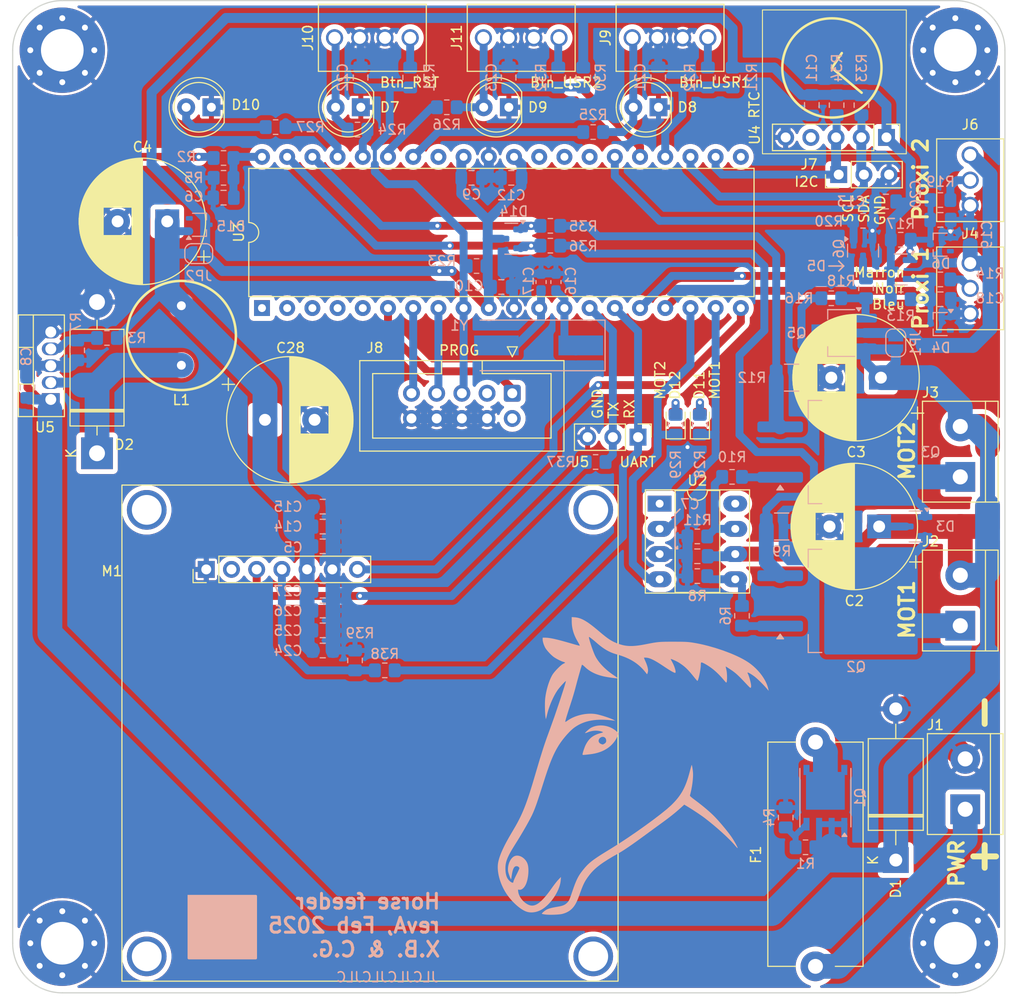
<source format=kicad_pcb>
(kicad_pcb (version 20240108) (generator "pcbnew") (generator_version "8.0")
  (layers (0 "F.Cu" signal) (31 "B.Cu" signal) (34 "B.Paste" user) (35 "F.Paste" user) (36 "B.SilkS" user "B.Silkscreen") (37 "F.SilkS" user "F.Silkscreen") (38 "B.Mask" user) (39 "F.Mask" user) (44 "Edge.Cuts" user))
  (net 0 "")
  (net 1 "+12V")
  (net 2 "GND")
  (net 3 "+5V")
  (net 4 "/Batt_mon")
  (net 5 "+5VP")
  (net 6 "/XTAL1")
  (net 7 "/XTAL2")
  (net 8 "/Proxi1")
  (net 9 "+12P")
  (net 10 "/Proxi2")
  (net 11 "/Btn_USR1")
  (net 12 "/RST")
  (net 13 "/Btn_USR2")
  (net 14 "/Mot1_D")
  (net 15 "/Mot2_D")
  (net 18 "/LED_R_fp")
  (net 19 "/LED_Y_fp")
  (net 20 "/LED_G_fp")
  (net 21 "/LED_B_fp")
  (net 22 "Net-(J1-Pin_1)")
  (net 23 "/Vin")
  (net 24 "Net-(J4-Pin_2)")
  (net 25 "/SIM_TX")
  (net 26 "/SIM_RX")
  (net 27 "Net-(J6-Pin_2)")
  (net 28 "/RTC_SCL")
  (net 29 "/RTC_SDA")
  (net 30 "/SCK")
  (net 31 "/MOSI")
  (net 33 "/MISO")
  (net 34 "Net-(Q1-G)")
  (net 35 "/Mot2_I")
  (net 36 "/Mot2_G")
  (net 37 "/Mot1_I")
  (net 38 "/Mot1_G")
  (net 39 "Net-(Q5-G)")
  (net 40 "Net-(Q6-D)")
  (net 41 "/Proxi_PWR")
  (net 42 "Net-(U2-OUT_A)")
  (net 43 "Net-(U2-OUT_B)")
  (net 44 "/LED_R")
  (net 45 "/LED_Y")
  (net 46 "/LED_G")
  (net 47 "/LED_B")
  (net 48 "/Mot1_PWM")
  (net 49 "/Mot2_PWM")
  (net 59 "/5V_sw")
  (net 60 "/5V_fb")
  (net 62 "Net-(J9-Pin_1)")
  (net 63 "Net-(J10-Pin_1)")
  (net 64 "Net-(J11-Pin_1)")
  (net 65 "/Mot1_Ip")
  (net 66 "/Mot2_Ip")
  (net 67 "/SIM_RXl")
  (net 69 "/SIM_BOOT")
  (net 70 "/SIM_TXl")
  (net 71 "Net-(D11-A)")
  (net 72 "Net-(D12-A)")
  (footprint "Capacitor_THT:CP_Radial_D12.5mm_P5.00mm" (layer "F.Cu") (at 192.323959 93 180)
    (property "Reference" "C2")
    (property "Value" "470u")
  )
  (footprint "Connector_PinHeader_2.54mm:PinHeader_1x03_P2.54mm_Vertical" (layer "F.Cu") (at 188.2475 57.5375 90)
    (property "Reference" "J7")
    (property "Value" "I2C")
  )
  (footprint "footprints:282834-4" (layer "F.Cu") (at 175.06 43.749999 180)
    (property "Reference" "J9")
    (property "Value" "Btn_USR1")
  )
  (footprint "footprints:M590E" (layer "F.Cu") (at 116.01 88.825 90)
    (property "Reference" "M1")
    (property "Value" "M590E")
  )
  (footprint "MountingHole:MountingHole_4.3mm_M4_Pad_Via" (layer "F.Cu") (at 200 45)
    (property "Reference" "H4" (hide yes))
    (property "Value" "M4")
  )
  (footprint "LED_THT:LED_D5.0mm" (layer "F.Cu") (at 170.085 50.749999 180)
    (property "Reference" "D8")
    (property "Value" "LED_Y")
  )
  (footprint "footprints:TerminalBlock_bornier-2_P5.08mm" (layer "F.Cu") (at 200.5 88 90)
    (property "Reference" "J3")
    (property "Value" "Moteur 1")
  )
  (footprint "footprints:TerminalBlock_bornier-2_P5.08mm" (layer "F.Cu") (at 200.5 103 90)
    (property "Reference" "J2")
    (property "Value" "Moteur 2")
  )
  (footprint "LED_THT:LED_D5.0mm" (layer "F.Cu") (at 155.005 50.749999 180)
    (property "Reference" "D9")
    (property "Value" "LED_G")
  )
  (footprint "Fuse:Fuseholder_Cylinder-5x20mm_Stelvio-Kontek_PTF78_Horizontal_Open" (layer "F.Cu") (at 185.905 137.33 90)
    (property "Reference" "F1")
    (property "Value" "Fuse")
  )
  (footprint "LED_SMD:LED_0805_2012Metric" (layer "F.Cu") (at 171.81 82.480476 90)
    (property "Reference" "D12")
    (property "Value" "LED_M2")
  )
  (footprint "footprints:282834-3" (layer "F.Cu") (at 201.5 60.6404 90)
    (property "Reference" "J6")
    (property "Value" "Proxi 2")
  )
  (footprint "Diode_THT:D_DO-201AD_P15.24mm_Horizontal" (layer "F.Cu") (at 113.5 85.62 90)
    (property "Reference" "D2")
    (property "Value" "MBR340")
  )
  (footprint "Capacitor_THT:CP_Radial_D12.5mm_P5.00mm" (layer "F.Cu") (at 192.5 78 180)
    (property "Reference" "C3")
    (property "Value" "470u")
  )
  (footprint "Package_DIP:DIP-8_W7.62mm_Socket_LongPads" (layer "F.Cu") (at 170.2 90.7)
    (property "Reference" "U2")
    (property "Value" "MIC4427")
  )
  (footprint "Diode_THT:D_DO-201AE_P15.24mm_Horizontal" (layer "F.Cu") (at 194 126.62 90)
    (property "Reference" "D1")
    (property "Value" "1.5KExxA")
  )
  (footprint "Connector_IDC:IDC-Header_2x05_P2.54mm_Vertical" (layer "F.Cu") (at 155.35 79.5725 -90)
    (property "Reference" "J8")
    (property "Value" "PROG")
  )
  (footprint "LED_THT:LED_D5.0mm" (layer "F.Cu") (at 125.025 50.75 180)
    (property "Reference" "D10")
    (property "Value" "LED_B")
  )
  (footprint "footprints:282834-4" (layer "F.Cu") (at 160.06 43.749999 180)
    (property "Reference" "J11")
    (property "Value" "Btn_USR2")
  )
  (footprint "LED_SMD:LED_0805_2012Metric" (layer "F.Cu") (at 174.26 82.480476 90)
    (property "Reference" "D11")
    (property "Value" "LED_M1")
  )
  (footprint "Package_TO_SOT_THT:TO-220-5_Vertical" (layer "F.Cu") (at 108.84 80.2 90)
    (property "Reference" "U5")
    (property "Value" "LM2576HVT-ADJ")
  )
  (footprint "footprints:282834-4" (layer "F.Cu") (at 145.06 43.749999 180)
    (property "Reference" "J10")
    (property "Value" "Btn_RST")
  )
  (footprint "footprints:RFB1010" (layer "F.Cu") (at 122 73.75 90)
    (property "Reference" "L1")
    (property "Value" "RFB1010-101L")
  )
  (footprint "Package_DIP:DIP-40_W15.24mm" (layer "F.Cu") (at 130.125 70.9875 90)
    (property "Reference" "U3")
    (property "Value" "ATmega644PA-P")
  )
  (footprint "footprints:282834-3" (layer "F.Cu") (at 201.5 71.54 90)
    (property "Reference" "J4")
    (property "Value" "Proxi 1")
  )
  (footprint "footprints:TerminalBlock_bornier-2_P5.08mm" (layer "F.Cu") (at 201 121.5 90)
    (property "Reference" "J1")
    (property "Value" "PWR")
  )
  (footprint "Capacitor_THT:CP_Radial_D12.5mm_P5.00mm" (layer "F.Cu") (at 130.426041 82.25)
    (property "Reference" "C28")
    (property "Value" "470u")
  )
  (footprint "MountingHole:MountingHole_4.3mm_M4_Pad_Via" (layer "F.Cu") (at 110 45)
    (property "Reference" "H1" (hide yes))
    (property "Value" "M4")
  )
  (footprint "LED_THT:LED_D5.0mm" (layer "F.Cu") (at 140.085 50.749999 180)
    (property "Reference" "D7")
    (property "Value" "LED_R")
  )
  (footprint "footprints:DS3231_RTC_module" (layer "F.Cu") (at 193.0625 53.7875 -90)
    (property "Reference" "U4")
    (property "Value" "RTC")
  )
  (footprint "Connector_PinHeader_2.54mm:PinHeader_1x03_P2.54mm_Vertical" (layer "F.Cu") (at 168.025 84 -90)
    (property "Reference" "J5")
    (property "Value" "UART")
  )
  (footprint "Capacitor_THT:CP_Radial_D12.5mm_P5.00mm" (layer "F.Cu") (at 120.573959 62.25 180)
    (property "Reference" "C4")
    (property "Value" "470u")
  )
  (footprint "MountingHole:MountingHole_4.3mm_M4_Pad_Via" (layer "F.Cu") (at 200 135)
    (property "Reference" "H3" (hide yes))
    (property "Value" "M4")
  )
  (footprint "MountingHole:MountingHole_4.3mm_M4_Pad_Via" (layer "F.Cu") (at 110 135)
    (property "Reference" "H2" (hide yes))
    (property "Value" "M4")
  )
  (footprint "Package_TO_SOT_SMD:SOT-323_SC-70" (layer "B.Cu") (at 198.5 72.6004 180)
    (property "Reference" "D4")
    (property "Value" "BAT54W")
  )
  (footprint "Jumper:SolderJumper-2_P1.3mm_Open_RoundedPad1.0x1.5mm" (layer "B.Cu") (at 194 74.5 90)
    (property "Reference" "JP1")
    (property "Value" "Proxi_PWR")
  )
  (footprint "Resistor_SMD:R_0805_2012Metric_Pad1.20x1.40mm_HandSolder" (layer "B.Cu") (at 151.75 66.75 180)
    (property "Reference" "R23")
    (property "Value" "39k")
  )
  (footprint "Resistor_SMD:R_0805_2012Metric_Pad1.20x1.40mm_HandSolder" (layer "B.Cu") (at 163.75 86.5 180)
    (property "Reference" "R37")
    (property "Value" "470")
  )
  (footprint "Capacitor_SMD:C_0805_2012Metric_Pad1.18x1.45mm_HandSolder" (layer "B.Cu") (at 154.25 68.8625)
    (property "Reference" "C10")
    (property "Value" "100n")
  )
  (footprint "Resistor_SMD:R_0805_2012Metric_Pad1.20x1.40mm_HandSolder" (layer "B.Cu") (at 174.25 82.75 90)
    (property "Reference" "R28")
    (property "Value" "470")
  )
  (footprint "Package_TO_SOT_SMD:TO-263-2" (layer "B.Cu") (at 190 100.5)
    (property "Reference" "Q2")
    (property "Value" "BUK766R060E")
  )
  (footprint "Capacitor_SMD:C_0805_2012Metric_Pad1.18x1.45mm_HandSolder" (layer "B.Cu") (at 198.5 70.1004)
    (property "Reference" "C18")
    (property "Value" "100n")
  )
  (footprint "Jumper:SolderJumper-2_P1.3mm_Open_RoundedPad1.0x1.5mm" (layer "B.Cu") (at 123.75 65.5 180)
    (property "Reference" "JP2")
    (property "Value" "MCU_PWR")
  )
  (footprint "Resistor_SMD:R_0805_2012Metric_Pad1.20x1.40mm_HandSolder" (layer "B.Cu") (at 194.5 64.1004)
    (property "Reference" "R17")
    (property "Value" "39k")
  )
  (footprint "Capacitor_SMD:C_0805_2012Metric_Pad1.18x1.45mm_HandSolder" (layer "B.Cu") (at 136.25 99.47)
    (property "Reference" "C27")
    (property "Value" "10u")
  )
  (footprint "Capacitor_SMD:C_0805_2012Metric_Pad1.18x1.45mm_HandSolder" (layer "B.Cu") (at 136.25 91)
    (property "Reference" "C15")
    (property "Value" "10u")
  )
  (footprint "Package_TO_SOT_SMD:SOT-23" (layer "B.Cu") (at 190.7 65.19375 -90)
    (property "Reference" "Q6")
    (property "Value" "2N7002")
  )
  (footprint "Resistor_SMD:R_0805_2012Metric_Pad1.20x1.40mm_HandSolder" (layer "B.Cu") (at 159.1875 64.7)
    (property "Reference" "R36")
    (property "Value" "470")
  )
  (footprint "Resistor_SMD:R_0805_2012Metric_Pad1.20x1.40mm_HandSolder" (layer "B.Cu") (at 194.5 70.1004)
    (property "Reference" "R13")
    (property "Value" "39k")
  )
  (footprint "Capacitor_SMD:C_0805_2012Metric_Pad1.18x1.45mm_HandSolder" (layer "B.Cu") (at 201.5 63.6004 90)
    (property "Reference" "C19")
    (property "Value" "100n")
  )
  (footprint "Resistor_SMD:R_0805_2012Metric_Pad1.20x1.40mm_HandSolder" (layer "B.Cu") (at 139.75 53 180)
    (property "Reference" "R24")
    (property "Value" "470")
  )
  (footprint "Package_TO_SOT_SMD:SOT-89-3_Handsoldering" (layer "B.Cu") (at 188.5 73.5 180)
    (property "Reference" "Q5")
    (property "Value" "VP3203")
  )
  (footprint "Package_TO_SOT_SMD:SOT-323_SC-70" (layer "B.Cu") (at 123.8 62.595)
    (property "Reference" "D15")
    (property "Value" "BAT54W")
  )
  (footprint "Capacitor_SMD:C_0805_2012Metric_Pad1.18x1.45mm_HandSolder" (layer "B.Cu") (at 155.25 57.8625 180)
    (property "Reference" "C12")
    (property "Value" "100n")
  )
  (footprint "Resistor_SMD:R_0805_2012Metric_Pad1.20x1.40mm_HandSolder" (layer "B.Cu") (at 178.5 102 -90)
    (property "Reference" "R6")
    (property "Value" "22")
  )
  (footprint "Package_TO_SOT_SMD:SOT-23" (layer "B.Cu") (at 194.5 67.1004 180)
    (property "Reference" "D5")
    (property "Value" "BAT54C")
  )
  (footprint "Package_TO_SOT_SMD:TO-263-2" (layer "B.Cu") (at 190 85.5)
    (property "Reference" "Q3")
    (property "Value" "BUK766R060E")
  )
  (footprint "Capacitor_SMD:C_0805_2012Metric_Pad1.18x1.45mm_HandSolder" (layer "B.Cu") (at 193 60.25 180)
    (property "Reference" "C13")
    (property "Value" "100n")
  )
  (footprint "Resistor_SMD:R_0805_2012Metric_Pad1.20x1.40mm_HandSolder" (layer "B.Cu") (at 111.5 75.25 90)
    (property "Reference" "R7")
    (property "Value" "1k96")
  )
  (footprint "Resistor_SMD:R_0805_2012Metric_Pad1.20x1.40mm_HandSolder" (layer "B.Cu") (at 184.905 125.33)
    (property "Reference" "R1")
    (property "Value" "39k")
  )
  (footprint "Capacitor_SMD:C_0805_2012Metric_Pad1.18x1.45mm_HandSolder" (layer "B.Cu") (at 198.5 62.1004)
    (property "Reference" "C20")
    (property "Value" "100n")
  )
  (footprint "Resistor_SMD:R_0805_2012Metric_Pad1.20x1.40mm_HandSolder" (layer "B.Cu") (at 162.5 47.75 -90)
    (property "Reference" "R30")
    (property "Value" "39k")
  )
  (footprint "Package_TO_SOT_SMD:SOT-323_SC-70" (layer "B.Cu") (at 198.5 64.6004 180)
    (property "Reference" "D6")
    (property "Value" "BAT54W")
  )
  (footprint "Resistor_SMD:R_0805_2012Metric_Pad1.20x1.40mm_HandSolder" (layer "B.Cu") (at 190.5375 50.5375 -90)
    (property "Reference" "R33")
    (property "Value" "1k96")
  )
  (footprint "Crystal:Crystal_SMD_HC49-SD" (layer "B.Cu") (at 158 74.75 180)
    (property "Reference" "Y1")
    (property "Value" "16MHz")
  )
  (footprint "Package_TO_SOT_SMD:SOT-23" (layer "B.Cu") (at 196 93 180)
    (property "Reference" "D3")
    (property "Value" "BAT54C")
  )
  (footprint "Capacitor_SMD:C_0805_2012Metric_Pad1.18x1.45mm_HandSolder" (layer "B.Cu") (at 154.98 47.749999 90)
    (property "Reference" "C23")
    (property "Value" "100n")
  )
  (footprint "Capacitor_SMD:C_0805_2012Metric_Pad1.18x1.45mm_HandSolder" (layer "B.Cu") (at 174 96 180)
    (property "Reference" "C7")
    (property "Value" "100n")
  )
  (footprint "Resistor_SMD:R_0805_2012Metric_Pad1.20x1.40mm_HandSolder" (layer "B.Cu") (at 198.5 60.1004 180)
    (property "Reference" "R19")
    (property "Value" "470")
  )
  (footprint "Capacitor_SMD:C_0805_2012Metric_Pad1.18x1.45mm_HandSolder" (layer "B.Cu") (at 126.25 59.8625 180)
    (property "Reference" "C6")
    (property "Value" "100n")
  )
  (footprint "Resistor_SMD:R_0805_2012Metric_Pad1.20x1.40mm_HandSolder" (layer "B.Cu") (at 188.0375 50.5375 -90)
    (property "Reference" "R34")
    (property "Value" "1k96")
  )
  (footprint "Package_SO:PowerPAK_SO-8_Single" (layer "B.Cu") (at 186.905 120.33 90)
    (property "Reference" "Q1")
    (property "Value" "Si7155DP")
  )
  (footprint "Resistor_SMD:R_0805_2012Metric_Pad1.20x1.40mm_HandSolder" (layer "B.Cu") (at 191 69 -90)
    (property "Reference" "R18")
    (property "Value" "39k")
  )
  (footprint "Capacitor_SMD:C_0603_1608Metric_Pad1.08x0.95mm_HandSolder" (layer "B.Cu") (at 158.25 68.3625 90)
    (property "Reference" "C17")
    (property "Value" "22p")
  )
  (footprint "Resistor_SMD:R_0805_2012Metric_Pad1.20x1.40mm_HandSolder" (layer "B.Cu") (at 187.5 70)
    (property "Reference" "R16")
    (property "Value" "39k")
  )
  (footprint "Resistor_SMD:R_0805_2012Metric_Pad1.20x1.40mm_HandSolder" (layer "B.Cu") (at 182.905 122.33 -90)
    (property "Reference" "R4")
    (property "Value" "39k")
  )
  (footprint "Resistor_SMD:R_0805_2012Metric_Pad1.20x1.40mm_HandSolder" (layer "B.Cu") (at 139.5 106.5 -90)
    (property "Reference" "R39")
    (property "Value" "1k96")
  )
  (footprint "Resistor_SMD:R_0805_2012Metric_Pad1.20x1.40mm_HandSolder" (layer "B.Cu") (at 163.5 53.25)
    (property "Reference" "R25")
    (property "Value" "470")
  )
  (footprint "Resistor_SMD:R_0805_2012Metric_Pad1.20x1.40mm_HandSolder" (layer "B.Cu") (at 190.7 62.19375)
    (property "Reference" "R20")
    (property "Value" "39k")
  )
  (footprint "Resistor_SMD:R_0805_2012Metric_Pad1.20x1.40mm_HandSolder" (layer "B.Cu") (at 198.5 68.1004 180)
    (property "Reference" "R14")
    (property "Value" "470")
  )
  (footprint "Capacitor_SMD:C_0805_2012Metric_Pad1.18x1.45mm_HandSolder" (layer "B.Cu") (at 136.25 95)
    (property "Reference" "C5")
    (property "Value" "100n")
  )
  (footprint "Capacitor_SMD:C_0805_2012Metric_Pad1.18x1.45mm_HandSolder" (layer "B.Cu") (at 136.25 93.01)
    (property "Reference" "C14")
    (property "Value" "10u")
  )
  (footprint "Capacitor_SMD:C_0805_2012Metric_Pad1.18x1.45mm_HandSolder" (layer "B.Cu") (at 140.06 47.749999 90)
    (property "Reference" "C22")
    (property "Value" "100n")
  )
  (footprint "Capacitor_SMD:C_0805_2012Metric_Pad1.18x1.45mm_HandSolder" (layer "B.Cu") (at 185.5375 50.5375 -90)
    (property "Reference" "C11")
    (property "Value" "100n")
  )
  (footprint "Resistor_SMD:R_0805_2012Metric_Pad1.20x1.40mm_HandSolder" (layer "B.Cu") (at 177.5 88)
    (property "Reference" "R10")
    (property "Value" "22")
  )
  (footprint "Resistor_SMD:R_0805_2012Metric_Pad1.20x1.40mm_HandSolder" (layer "B.Cu") (at 126.25 57.8625)
    (property "Reference" "R5")
    (property "Value" "10k")
  )
  (footprint "Resistor_SMD:R_1210_3225Metric_Pad1.30x2.65mm_HandSolder" (layer "B.Cu") (at 182.5 93)
    (property "Reference" "R9")
    (property "Value" "0R2")
  )
  (footprint "Capacitor_SMD:C_0805_2012Metric_Pad1.18x1.45mm_HandSolder" (layer "B.Cu") (at 136.25 101.47)
    (property "Reference" "C26")
    (property "Value" "10u")
  )
  (footprint "Capacitor_SMD:C_0805_2012Metric_Pad1.18x1.45mm_HandSolder" (layer "B.Cu") (at 106.5 79 90)
    (property "Reference" "C8")
    (property "Value" "100n")
  )
  (footprint "Resistor_SMD:R_0805_2012Metric_Pad1.20x1.40mm_HandSolder" (layer "B.Cu") (at 159.98 47.749999 -90)
    (property "Reference" "R32")
    (property "Value" "470")
  )
  (footprint "Package_TO_SOT_SMD:SOT-23" (layer "B.Cu") (at 155.25 64 180)
    (property "Reference" "D14")
    (property "Value" "BAT54C")
  )
  (footprint "Resistor_SMD:R_1210_3225Metric_Pad1.30x2.65mm_HandSolder" (layer "B.Cu") (at 183.5 78)
    (property "Reference" "R12")
    (property "Value" "0R2")
  )
  (footprint "Resistor_SMD:R_0805_2012Metric_Pad1.20x1.40mm_HandSolder" (layer "B.Cu") (at 142.5 107.5 180)
    (property "Reference" "R38")
    (property "Value" "1k96")
  )
  (footprint "Capacitor_SMD:C_0805_2012Metric_Pad1.18x1.45mm_HandSolder" (layer "B.Cu") (at 136.25 103.47)
    (property "Reference" "C25")
    (property "Value" "10u")
  )
  (footprint "Resistor_SMD:R_0805_2012Metric_Pad1.20x1.40mm_HandSolder" (layer "B.Cu") (at 174 98 180)
    (property "Reference" "R8")
    (property "Value" "39k")
  )
  (footprint "Resistor_SMD:R_0805_2012Metric_Pad1.20x1.40mm_HandSolder" (layer "B.Cu") (at 177.56 47.749999 -90)
    (property "Reference" "R21")
    (property "Value" "39k")
  )
  (footprint "Capacitor_SMD:C_0805_2012Metric_Pad1.18x1.45mm_HandSolder" (layer "B.Cu") (at 151.25 57.8625)
    (property "Reference" "C9")
    (property "Value" "100n")
  )
  (footprint "Capacitor_SMD:C_0805_2012Metric_Pad1.18x1.45mm_HandSolder" (layer "B.Cu") (at 170.06 47.749999 90)
    (property "Reference" "C21")
    (property "Value" "100n")
  )
  (footprint "Resistor_SMD:R_0805_2012Metric_Pad1.20x1.40mm_HandSolder" (layer "B.Cu") (at 174 94 180)
    (property "Reference" "R11")
    (property "Value" "39k")
  )
  (footprint "Resistor_SMD:R_0805_2012Metric_Pad1.20x1.40mm_HandSolder" (layer "B.Cu") (at 159.1875 62.7)
    (property "Reference" "R35")
    (property "Value" "470")
  )
  (footprint "Resistor_SMD:R_0805_2012Metric_Pad1.20x1.40mm_HandSolder" (layer "B.Cu") (at 171.81 82.75 90)
    (property "Reference" "R29")
    (property "Value" "470")
  )
  (footprint "Resistor_SMD:R_0805_2012Metric_Pad1.20x1.40mm_HandSolder" (layer "B.Cu") (at 131.5 52.75 180)
    (property "Reference" "R27")
    (property "Value" "470")
  )
  (footprint "Resistor_SMD:R_0805_2012Metric_Pad1.20x1.40mm_HandSolder" (layer "B.Cu") (at 148.75 50.75)
    (property "Reference" "R26")
    (property "Value" "470")
  )
  (footprint "Resistor_SMD:R_0805_2012Metric_Pad1.20x1.40mm_HandSolder" (layer "B.Cu") (at 114.5 74)
    (property "Reference" "R3")
    (property "Value" "4.7k")
  )
  (footprint "Capacitor_SMD:C_0805_2012Metric_Pad1.18x1.45mm_HandSolder" (layer "B.Cu") (at 136.25 105.5)
    (property "Reference" "C24")
    (property "Value" "10u")
  )
  (footprint "Resistor_SMD:R_0805_2012Metric_Pad1.20x1.40mm_HandSolder" (layer "B.Cu") (at 126.25 55.8625 180)
    (property "Reference" "R2")
    (property "Value" "39k")
  )
  (footprint "Resistor_SMD:R_0805_2012Metric_Pad1.20x1.40mm_HandSolder" (layer "B.Cu") (at 175.06 47.749999 -90)
    (property "Reference" "R22")
    (property "Value" "470")
  )
  (footprint "Resistor_SMD:R_0805_2012Metric_Pad1.20x1.40mm_HandSolder" (layer "B.Cu") (at 145.06 47.749999 -90)
    (property "Reference" "R31")
    (property "Value" "470")
  )
  (footprint "Capacitor_SMD:C_0603_1608Metric_Pad1.08x0.95mm_HandSolder" (layer "B.Cu") (at 159.75 68.3625 90)
    (property "Reference" "C16")
    (property "Value" "22p")
  )
  (gr_poly (pts (xy 161.573607 102.144772) (xy 161.704785 102.155455) (xy 161.834066 102.173488) (xy 161.962612 102.199523) (xy 162.091581 102.234212) (xy 162.222135 102.278207) (xy 162.355434 102.332161) (xy 162.492636 102.396727) (xy 162.634903 102.472556) (xy 162.783395 102.560301) (xy 162.939272 102.660615) (xy 163.103693 102.774149) (xy 163.277819 102.901557) (xy 163.46281 103.04349) (xy 163.659825 103.200601) (xy 163.870027 103.373542) (xy 164.094573 103.562966) (xy 164.428154 103.842938) (xy 164.718592 104.075653) (xy 164.851039 104.176426) (xy 164.976788 104.26795) (xy 165.097203 104.351081) (xy 165.213646 104.426673) (xy 165.327479 104.495582) (xy 165.440067 104.558662) (xy 165.552771 104.616769) (xy 165.666954 104.670759) (xy 165.783979 104.721485) (xy 165.90521 104.769804) (xy 166.032009 104.816571) (xy 166.165738 104.862641) (xy 166.305051 104.906437) (xy 166.443846 104.944306) (xy 166.583112 104.976243) (xy 166.723839 105.002242) (xy 166.867016 105.0223) (xy 167.013632 105.036411) (xy 167.164677 105.04457) (xy 167.32114 105.046772) (xy 167.484011 105.043013) (xy 167.654279 105.033288) (xy 167.832934 105.017591) (xy 168.020964 104.995919) (xy 168.21936 104.968265) (xy 168.429111 104.934625) (xy 168.651207 104.894995) (xy 168.886635 104.849369) (xy 169.265233 104.774882) (xy 169.581816 104.717653) (xy 169.862023 104.675448) (xy 169.996496 104.659281) (xy 170.13149 104.646031) (xy 170.270209 104.63542) (xy 170.415857 104.627168) (xy 170.740762 104.616622) (xy 171.131842 104.612158) (xy 171.614735 104.611542) (xy 172.340477 104.61552) (xy 172.608342 104.620752) (xy 172.831621 104.629076) (xy 173.02438 104.64119) (xy 173.20068 104.65779) (xy 173.374586 104.679574) (xy 173.560162 104.707241) (xy 173.926999 104.770405) (xy 174.302458 104.845496) (xy 174.684121 104.93166) (xy 175.069571 105.028041) (xy 175.842162 105.248034) (xy 176.60089 105.498637) (xy 177.326417 105.773009) (xy 177.670686 105.91697) (xy 177.999403 106.064309) (xy 178.310149 106.214169) (xy 178.600508 106.365697) (xy 178.868062 106.518037) (xy 179.110394 106.670334) (xy 179.30206 106.804088) (xy 179.488276 106.946924) (xy 179.668395 107.09798) (xy 179.841774 107.256392) (xy 180.007769 107.421298) (xy 180.165734 107.591835) (xy 180.315024 107.767139) (xy 180.454996 107.946347) (xy 180.585005 108.128597) (xy 180.704405 108.313025) (xy 180.812553 108.498769) (xy 180.908804 108.684965) (xy 180.992513 108.870751) (xy 181.063035 109.055263) (xy 181.119727 109.237639) (xy 181.161942 109.417015) (xy 181.191212 109.566567) (xy 181.029984 109.374295) (xy 180.900486 109.224946) (xy 180.752362 109.06273) (xy 180.591889 108.893914) (xy 180.425347 108.724765) (xy 180.259012 108.561552) (xy 180.099162 108.410543) (xy 179.952075 108.278004) (xy 179.824029 108.170204) (xy 179.7655 108.124291) (xy 179.705155 108.078836) (xy 179.581833 107.990958) (xy 179.459686 107.909882) (xy 179.344338 107.838919) (xy 179.241415 107.781381) (xy 179.19637 107.75868) (xy 179.156539 107.740577) (xy 179.122628 107.727486) (xy 179.095337 107.71982) (xy 179.075371 107.717993) (xy 179.068354 107.719399) (xy 179.063431 107.72242) (xy 179.06248 107.723626) (xy 179.061713 107.725148) (xy 179.061126 107.726977) (xy 179.060717 107.729104) (xy 179.060483 107.731519) (xy 179.060421 107.734212) (xy 179.060802 107.740396) (xy 179.061834 107.747579) (xy 179.063495 107.755687) (xy 179.065761 107.764642) (xy 179.068608 107.774369) (xy 179.072013 107.784791) (xy 179.075951 107.795833) (xy 179.080399 107.807418) (xy 179.085334 107.819471) (xy 179.090731 107.831915) (xy 179.096567 107.844674) (xy 179.102817 107.857673) (xy 179.10946 107.870835) (xy 179.12724 107.9084) (xy 179.146695 107.955197) (xy 179.189319 108.071874) (xy 179.234708 108.211635) (xy 179.280238 108.36525) (xy 179.323288 108.523487) (xy 179.361234 108.677116) (xy 179.391452 108.816907) (xy 179.402844 108.878728) (xy 179.41132 108.933628) (xy 179.414461 108.958655) (xy 179.417039 108.983201) (xy 179.419057 109.007187) (xy 179.42052 109.030537) (xy 179.42143 109.053172) (xy 179.421793 109.075014) (xy 179.421612 109.095987) (xy 179.42089 109.11601) (xy 179.419632 109.135008) (xy 179.417841 109.152902) (xy 179.415522 109.169614) (xy 179.412678 109.185067) (xy 179.409313 109.199182) (xy 179.405431 109.211881) (xy 179.401035 109.223088) (xy 179.39613 109.232723) (xy 179.392347 109.238812) (xy 179.388442 109.244221) (xy 179.384364 109.248912) (xy 179.382244 109.250975) (xy 179.380061 109.252842) (xy 179.377808 109.254509) (xy 179.375479 109.255971) (xy 179.373067 109.257221) (xy 179.370566 109.258256) (xy 179.367969 109.25907) (xy 179.365269 109.259658) (xy 179.362461 109.260015) (xy 179.359537 109.260135) (xy 179.35649 109.260014) (xy 179.353315 109.259645) (xy 179.350005 109.259025) (xy 179.346553 109.258148) (xy 179.342953 109.257009) (xy 179.339197 109.255603) (xy 179.33528 109.253924) (xy 179.331195 109.251968) (xy 179.322494 109.247201) (xy 179.313042 109.241263) (xy 179.302786 109.234111) (xy 179.291673 109.225705) (xy 179.279652 109.216004) (xy 179.266669 109.204966) (xy 179.252672 109.192549) (xy 179.237609 109.178714) (xy 179.221426 109.163419) (xy 179.204072 109.146622) (xy 179.185494 109.128282) (xy 179.165638 109.108359) (xy 179.121888 109.063597) (xy 179.0724 109.012006) (xy 179.016754 108.953257) (xy 178.954529 108.88702) (xy 178.668784 108.584054) (xy 178.426908 108.332952) (xy 178.219601 108.125169) (xy 178.037561 107.952161) (xy 177.871486 107.805382) (xy 177.791528 107.739158) (xy 177.712073 107.676287) (xy 177.550022 107.556331) (xy 177.376031 107.43697) (xy 177.183582 107.309896) (xy 177.022868 107.205835) (xy 176.910694 107.135523) (xy 176.878061 107.116379) (xy 176.863866 107.109699) (xy 176.862903 107.110077) (xy 176.862148 107.111196) (xy 176.861596 107.113038) (xy 176.861244 107.115586) (xy 176.861126 107.122723) (xy 176.861765 107.132457) (xy 176.863134 107.144643) (xy 176.865206 107.159131) (xy 176.867951 107.175773) (xy 176.871343 107.194422) (xy 176.879954 107.23715) (xy 176.890815 107.286131) (xy 176.903703 107.340183) (xy 176.918397 107.398121) (xy 176.937093 107.480459) (xy 176.953219 107.57282) (xy 176.966783 107.673089) (xy 176.977793 107.77915) (xy 176.992179 108.000182) (xy 176.996441 108.218987) (xy 176.994794 108.322265) (xy 176.99064 108.418638) (xy 176.983987 108.505989) (xy 176.974841 108.582204) (xy 176.963211 108.645166) (xy 176.949105 108.692759) (xy 176.941126 108.71013) (xy 176.93253 108.722866) (xy 176.92332 108.730701) (xy 176.913495 108.733372) (xy 176.911538 108.732967) (xy 176.908939 108.731765) (xy 176.901888 108.727049) (xy 176.89249 108.719384) (xy 176.880894 108.708929) (xy 176.867248 108.695841) (xy 176.8517 108.68028) (xy 176.834399 108.662405) (xy 176.815493 108.642375) (xy 176.773461 108.596483) (xy 176.726789 108.543876) (xy 176.676667 108.485823) (xy 176.62428 108.423596) (xy 176.475256 108.249802) (xy 176.320736 108.080042) (xy 176.162003 107.915533) (xy 176.00034 107.757494) (xy 175.83703 107.607142) (xy 175.673355 107.465694) (xy 175.591782 107.39869) (xy 175.510599 107.334368) (xy 175.429967 107.272882) (xy 175.350045 107.214382) (xy 175.191115 107.104422) (xy 175.032699 107.001942) (xy 174.880141 106.909791) (xy 174.738784 106.830818) (xy 174.613974 106.767873) (xy 174.559443 106.743302) (xy 174.511054 106.723806) (xy 174.469473 106.709742) (xy 174.435368 106.701465) (xy 174.409409 106.699333) (xy 174.399692 106.700682) (xy 174.392262 106.703701) (xy 174.390069 106.705346) (xy 174.387902 106.707544) (xy 174.385765 106.71028) (xy 174.383661 106.713538) (xy 174.381591 106.717303) (xy 174.379559 106.721557) (xy 174.375621 106.731472) (xy 174.371868 106.743157) (xy 174.368323 106.756483) (xy 174.365007 106.771324) (xy 174.361943 106.787552) (xy 174.359154 106.805038) (xy 174.356661 106.823657) (xy 174.354488 106.84328) (xy 174.352655 106.86378) (xy 174.351186 106.88503) (xy 174.350103 106.906901) (xy 174.349428 106.929267) (xy 174.349183 106.952) (xy 174.346342 107.045323) (xy 174.338327 107.15228) (xy 174.309084 107.396243) (xy 174.266075 107.662194) (xy 174.213919 107.928439) (xy 174.157237 108.173284) (xy 174.100651 108.375033) (xy 174.073837 108.452967) (xy 174.04878 108.511992) (xy 174.026057 108.549395) (xy 174.015751 108.559142) (xy 174.006245 108.562466) (xy 174.004169 108.561921) (xy 174.001258 108.560305) (xy 173.993024 108.553963) (xy 173.981731 108.543655) (xy 173.967566 108.529594) (xy 173.950715 108.511993) (xy 173.931367 108.491066) (xy 173.885925 108.44009) (xy 173.832737 108.378373) (xy 173.773301 108.307624) (xy 173.709113 108.229553) (xy 173.641671 108.145867) (xy 173.430192 107.885276) (xy 173.24058 107.662285) (xy 173.151779 107.562791) (xy 173.06581 107.470179) (xy 172.981796 107.383609) (xy 172.898857 107.302242) (xy 172.816116 107.225238) (xy 172.732694 107.151757) (xy 172.647714 107.080962) (xy 172.560296 107.012011) (xy 172.469564 106.944066) (xy 172.374638 106.876287) (xy 172.274641 106.807835) (xy 172.168694 106.73787) (xy 172.120119 106.707716) (xy 172.064102 106.675376) (xy 171.935579 106.606743) (xy 171.7948 106.537176) (xy 171.653439 106.47188) (xy 171.52317 106.416061) (xy 171.415667 106.374923) (xy 171.374101 106.361486) (xy 171.342604 106.353672) (xy 171.322636 106.352131) (xy 171.317431 106.353916) (xy 171.315655 106.357514) (xy 171.316639 106.361032) (xy 171.319525 106.368085) (xy 171.330613 106.392032) (xy 171.348142 106.427826) (xy 171.371332 106.473939) (xy 171.431583 106.59101) (xy 171.505135 106.731018) (xy 171.549351 106.81778) (xy 171.590961 106.906038) (xy 171.629718 106.994814) (xy 171.665375 107.083129) (xy 171.697686 107.170005) (xy 171.726406 107.254461) (xy 171.751286 107.33552) (xy 171.772082 107.412202) (xy 171.788546 107.483528) (xy 171.800433 107.548521) (xy 171.807495 107.6062) (xy 171.809487 107.655587) (xy 171.806161 107.695703) (xy 171.802428 107.711979) (xy 171.797272 107.72557) (xy 171.790665 107.736353) (xy 171.782574 107.744207) (xy 171.772969 107.749009) (xy 171.761819 107.750637) (xy 171.75 107.75) (xy 171.736649 107.748083) (xy 171.705311 107.740389) (xy 171.66772 107.727507) (xy 171.623793 107.709388) (xy 171.573445 107.685983) (xy 171.516591 107.657245) (xy 171.453149 107.623125) (xy 171.383033 107.583574) (xy 171.30616 107.538544) (xy 171.222445 107.487987) (xy 171.131804 107.431855) (xy 171.034153 107.370098) (xy 170.817485 107.229518) (xy 170.571767 107.065861) (xy 170.272278 106.868325) (xy 170.003445 106.69985) (xy 169.762575 106.559094) (xy 169.651785 106.498691) (xy 169.546975 106.444713) (xy 169.44781 106.396994) (xy 169.353953 106.355366) (xy 169.265068 106.31966) (xy 169.180816 106.289709) (xy 169.100863 106.265344) (xy 169.024871 106.246399) (xy 168.952504 106.232705) (xy 168.883425 106.224095) (xy 168.831269 106.220024) (xy 168.782611 106.217515) (xy 168.738517 106.216534) (xy 168.700051 106.217044) (xy 168.66828 106.21901) (xy 168.655238 106.220529) (xy 168.644268 106.222398) (xy 168.635504 106.224614) (xy 168.629079 106.227171) (xy 168.625127 106.230067) (xy 168.624119 106.23164) (xy 168.62378 106.233296) (xy 168.624546 106.238311) (xy 168.626793 106.246513) (xy 168.635427 106.271739) (xy 168.649077 106.307501) (xy 168.667137 106.352324) (xy 168.688999 106.404732) (xy 168.714059 106.463252) (xy 168.74171 106.526409) (xy 168.771346 106.592728) (xy 168.84018 106.752548) (xy 168.870796 106.829507) (xy 168.898848 106.904371) (xy 168.924309 106.977045) (xy 168.947158 107.047436) (xy 168.967369 107.115448) (xy 168.98492 107.180986) (xy 168.999784 107.243955) (xy 169.01194 107.30426) (xy 169.021363 107.361807) (xy 169.028029 107.416501) (xy 169.031914 107.468246) (xy 169.032994 107.516948) (xy 169.031246 107.562512) (xy 169.026644 107.604843) (xy 169.021505 107.6365) (xy 169.015665 107.667257) (xy 169.009218 107.69689) (xy 169.002259 107.725175) (xy 168.994881 107.751888) (xy 168.987177 107.776803) (xy 168.97924 107.799696) (xy 168.971166 107.820344) (xy 168.963046 107.83852) (xy 168.954975 107.854002) (xy 168.947046 107.866564) (xy 168.939353 107.875982) (xy 168.931989 107.882031) (xy 168.92846 107.883723) (xy 168.925048 107.884488) (xy 168.921766 107.884299) (xy 168.918624 107.883127) (xy 168.915635 107.880945) (xy 168.91281 107.877724) (xy 168.772107 107.692799) (xy 168.627312 107.517555) (xy 168.477908 107.351653) (xy 168.323378 107.194754) (xy 168.163208 107.046522) (xy 167.996882 106.906616) (xy 167.823882 106.774701) (xy 167.643694 106.650437) (xy 167.455801 106.533486) (xy 167.259687 106.423509) (xy 167.054836 106.32017) (xy 166.840732 106.223129) (xy 166.61686 106.132049) (xy 166.382703 106.046591) (xy 166.137745 105.966417) (xy 165.88147 105.89119) (xy 165.743256 105.85069) (xy 165.608431 105.806892) (xy 165.476533 105.759528) (xy 165.347096 105.708329) (xy 165.219655 105.653026) (xy 165.093747 105.593351) (xy 164.968906 105.529034) (xy 164.844667 105.459808) (xy 164.720567 105.385403) (xy 164.596141 105.305551) (xy 164.470924 105.219984) (xy 164.344451 105.128431) (xy 164.216258 105.030626) (xy 164.08588 104.926298) (xy 163.952853 104.81518) (xy 163.816712 104.697003) (xy 163.684501 104.582113) (xy 163.555888 104.473936) (xy 163.434826 104.375491) (xy 163.325272 104.289803) (xy 163.231182 104.219892) (xy 163.15651 104.168781) (xy 163.127692 104.15122) (xy 163.105212 104.139493) (xy 163.089565 104.133976) (xy 163.084458 104.133665) (xy 163.081244 104.135048) (xy 163.077017 104.144437) (xy 163.075599 104.160988) (xy 163.080681 104.213997) (xy 163.095459 104.290924) (xy 163.118906 104.38862) (xy 163.187684 104.633713) (xy 163.27878 104.924072) (xy 163.38396 105.23449) (xy 163.494988 105.539765) (xy 163.60363 105.81469) (xy 163.654483 105.932896) (xy 163.701651 106.034062) (xy 163.766795 106.158807) (xy 163.840128 106.284618) (xy 163.921344 106.411173) (xy 164.010138 106.538151) (xy 164.106203 106.665232) (xy 164.209233 106.792095) (xy 164.318922 106.918418) (xy 164.434965 107.043881) (xy 164.557056 107.168164) (xy 164.684888 107.290945) (xy 164.818156 107.411903) (xy 164.956553 107.530718) (xy 165.099775 107.647068) (xy 165.247514 107.760634) (xy 165.399465 107.871094) (xy 165.555321 107.978127) (xy 165.731428 108.097688) (xy 165.807538 108.150895) (xy 165.873274 108.197968) (xy 165.926828 108.237591) (xy 165.966391 108.26845) (xy 165.990154 108.289231) (xy 165.995545 108.295431) (xy 165.996519 108.297412) (xy 165.996308 108.298619) (xy 165.990451 108.301427) (xy 165.97958 108.303343) (xy 165.943825 108.304636) (xy 165.891097 108.302768) (xy 165.823449 108.298009) (xy 165.651603 108.280904) (xy 165.444712 108.255485) (xy 165.2192 108.223916) (xy 164.991491 108.188363) (xy 164.77801 108.150989) (xy 164.595181 108.113961) (xy 164.44643 108.078818) (xy 164.301896 108.040691) (xy 164.161537 107.999556) (xy 164.025309 107.955394) (xy 163.89317 107.908184) (xy 163.765077 107.857904) (xy 163.640988 107.804533) (xy 163.520858 107.748051) (xy 163.404647 107.688437) (xy 163.29231 107.625669) (xy 163.183805 107.559727) (xy 163.079089 107.49059) (xy 162.978119 107.418236) (xy 162.880853 107.342645) (xy 162.787247 107.263796) (xy 162.697259 107.181668) (xy 162.624954 107.114216) (xy 162.56128 107.05741) (xy 162.532716 107.033025) (xy 162.506352 107.011331) (xy 162.482203 106.992339) (xy 162.460283 106.97606) (xy 162.440606 106.962502) (xy 162.423186 106.951678) (xy 162.408038 106.943596) (xy 162.395175 106.938266) (xy 162.384612 106.9357) (xy 162.380198 106.935456) (xy 162.376363 106.935906) (xy 162.373111 106.937053) (xy 162.370442 106.938896) (xy 162.368359 106.941438) (xy 162.366864 106.944679) (xy 162.245359 107.34339) (xy 162.068862 107.959339) (xy 161.885392 108.621984) (xy 161.742964 109.160778) (xy 161.65102 109.503947) (xy 161.532073 109.917149) (xy 161.401491 110.348383) (xy 161.274644 110.745644) (xy 161.013449 111.548217) (xy 160.824191 112.154944) (xy 160.758651 112.377853) (xy 160.71363 112.543386) (xy 160.689974 112.648738) (xy 160.686421 112.67797) (xy 160.688527 112.691105) (xy 160.68993 112.692036) (xy 160.691859 112.692565) (xy 160.694299 112.692699) (xy 160.697235 112.692447) (xy 160.700652 112.691817) (xy 160.704536 112.690818) (xy 160.713643 112.687743) (xy 160.724437 112.683289) (xy 160.736799 112.677522) (xy 160.750611 112.670508) (xy 160.765754 112.662314) (xy 160.782108 112.653006) (xy 160.799555 112.642649) (xy 160.817976 112.63131) (xy 160.837252 112.619056) (xy 160.857264 112.605952) (xy 160.877894 112.592065) (xy 160.899022 112.577461) (xy 160.920529 112.562207) (xy 161.066472 112.464168) (xy 161.221761 112.372698) (xy 161.385358 112.288029) (xy 161.556224 112.210397) (xy 161.733319 112.140037) (xy 161.915605 112.077183) (xy 162.102041 112.022069) (xy 162.291589 111.974931) (xy 162.483211 111.936002) (xy 162.675866 111.905518) (xy 162.868515 111.883713) (xy 163.06012 111.870823) (xy 163.249641 111.86708) (xy 163.436039 111.872721) (xy 163.618275 111.887979) (xy 163.79531 111.91309) (xy 163.984465 111.952514) (xy 164.211567 112.010413) (xy 164.461902 112.082031) (xy 164.720759 112.162612) (xy 164.973426 112.247402) (xy 165.205191 112.331644) (xy 165.401341 112.410584) (xy 165.481464 112.446579) (xy 165.547166 112.479466) (xy 165.739443 112.582894) (xy 165.565261 112.560265) (xy 165.246465 112.523219) (xy 164.939327 112.496461) (xy 164.643444 112.480061) (xy 164.358412 112.474089) (xy 164.083828 112.478614) (xy 163.819288 112.493706) (xy 163.564389 112.519435) (xy 163.318726 112.55587) (xy 163.081897 112.603083) (xy 162.853499 112.661141) (xy 162.633126 112.730116) (xy 162.420376 112.810077) (xy 162.214846 112.901094) (xy 162.016132 113.003236) (xy 161.823829 113.116574) (xy 161.637536 113.241177) (xy 161.543584 113.311522) (xy 161.444759 113.392342) (xy 161.341861 113.482722) (xy 161.235693 113.581748) (xy 161.127055 113.688506) (xy 161.016749 113.802081) (xy 160.905577 113.921559) (xy 160.794339 114.046025) (xy 160.683837 114.174565) (xy 160.574873 114.306265) (xy 160.468248 114.44021) (xy 160.364764 114.575485) (xy 160.265221 114.711177) (xy 160.170421 114.846371) (xy 160.081166 114.980152) (xy 159.998257 115.111607) (xy 159.899704 115.27668) (xy 159.804199 115.444868) (xy 159.711111 115.617744) (xy 159.619807 115.79688) (xy 159.529656 115.983848) (xy 159.440028 116.18022) (xy 159.350289 116.387569) (xy 159.25981 116.607466) (xy 159.167957 116.841483) (xy 159.074101 117.091193) (xy 158.877849 117.64398) (xy 158.666003 118.278402) (xy 158.433509 119.007038) (xy 158.105116 120.038345) (xy 157.843603 120.818913) (xy 157.730648 121.136081) (xy 157.625678 121.415658) (xy 157.525781 121.666009) (xy 157.428046 121.895497) (xy 157.306115 122.154881) (xy 157.144122 122.471685) (xy 156.94719 122.836911) (xy 156.720441 123.241566) (xy 156.468995 123.676654) (xy 156.197976 124.133181) (xy 155.912506 124.602151) (xy 155.617705 125.07457) (xy 155.34439 125.517539) (xy 155.227838 125.715985) (xy 155.123946 125.90105) (xy 155.032157 126.074216) (xy 154.951915 126.236963) (xy 154.882662 126.390775) (xy 154.823842 126.537133) (xy 154.774896 126.677521) (xy 154.735269 126.813419) (xy 154.704404 126.94631) (xy 154.681743 127.077677) (xy 154.666728 127.209001) (xy 154.658805 127.341764) (xy 154.657414 127.47745) (xy 154.661999 127.617539) (xy 154.669158 127.725507) (xy 154.679224 127.828019) (xy 154.692282 127.925273) (xy 154.708417 128.017466) (xy 154.727715 128.104797) (xy 154.750262 128.187462) (xy 154.776143 128.265659) (xy 154.805444 128.339587) (xy 154.838249 128.409441) (xy 154.874644 128.475421) (xy 154.914715 128.537724) (xy 154.958547 128.596547) (xy 155.006225 128.652088) (xy 155.057836 128.704545) (xy 155.113463 128.754115) (xy 155.173194 128.800995) (xy 155.206245 128.82442) (xy 155.237567 128.844675) (xy 155.267102 128.861762) (xy 155.294796 128.875681) (xy 155.320593 128.886434) (xy 155.332763 128.890623) (xy 155.344438 128.894021) (xy 155.355611 128.896628) (xy 155.366275 128.898443) (xy 155.376424 128.899468) (xy 155.386049 128.899702) (xy 155.395145 128.899146) (xy 155.403705 128.897799) (xy 155.41172 128.895661) (xy 155.419186 128.892733) (xy 155.426094 128.889015) (xy 155.432437 128.884507) (xy 155.43821 128.879209) (xy 155.443404 128.873121) (xy 155.448013 128.866243) (xy 155.45203 128.858576) (xy 155.455448 128.850119) (xy 155.45826 128.840873) (xy 155.460459 128.830838) (xy 155.462039 128.820014) (xy 155.462992 128.8084) (xy 155.463311 128.795998) (xy 155.464863 128.782254) (xy 155.469416 128.76296) (xy 155.476816 128.73847) (xy 155.486912 128.709136) (xy 155.499548 128.675311) (xy 155.514572 128.637347) (xy 155.551171 128.550418) (xy 155.59548 128.45117) (xy 155.646273 128.342427) (xy 155.702324 128.22701) (xy 155.762406 128.107743) (xy 155.822488 127.989107) (xy 155.87854 127.875502) (xy 155.929335 127.769622) (xy 155.973645 127.674164) (xy 156.010244 127.591824) (xy 156.037906 127.525298) (xy 156.055402 127.477281) (xy 156.059955 127.461056) (xy 156.061507 127.45047) (xy 156.061104 127.440129) (xy 156.05991 127.429838) (xy 156.057949 127.419614) (xy 156.055247 127.409477) (xy 156.051826 127.399444) (xy 156.047712 127.389534) (xy 156.042928 127.379764) (xy 156.037498 127.370154) (xy 156.031447 127.360722) (xy 156.024799 127.351485) (xy 156.017578 127.342463) (xy 156.009807 127.333673) (xy 156.001512 127.325133) (xy 155.992717 127.316863) (xy 155.983445 127.308879) (xy 155.97372 127.301201) (xy 155.963568 127.293847) (xy 155.953012 127.286835) (xy 155.942076 127.280183) (xy 155.930785 127.273909) (xy 155.919162 127.268033) (xy 155.907231 127.262572) (xy 155.895018 127.257544) (xy 155.882546 127.252967) (xy 155.869839 127.248861) (xy 155.856921 127.245243) (xy 155.843817 127.242131) (xy 155.830551 127.239544) (xy 155.817147 127.237501) (xy 155.803629 127.236018) (xy 155.790021 127.235115) (xy 155.776347 127.23481) (xy 155.754429 127.235565) (xy 155.733078 127.237839) (xy 155.712287 127.241652) (xy 155.692044 127.247019) (xy 155.672341 127.253959) (xy 155.653169 127.262488) (xy 155.634517 127.272624) (xy 155.616378 127.284384) (xy 155.598741 127.297786) (xy 155.581597 127.312847) (xy 155.564937 127.329583) (xy 155.548751 127.348014) (xy 155.53303 127.368155) (xy 155.517765 127.390024) (xy 155.502947 127.413638) (xy 155.488566 127.439016) (xy 155.474612 127.466173) (xy 155.461077 127.495128) (xy 155.447951 127.525897) (xy 155.435224 127.558498) (xy 155.422889 127.592948) (xy 155.410934 127.629266) (xy 155.399351 127.667467) (xy 155.38813 127.707569) (xy 155.377262 127.74959) (xy 155.366738 127.793546) (xy 155.346684 127.887336) (xy 155.327893 127.989077) (xy 155.31029 128.098908) (xy 155.28397 128.269439) (xy 155.260546 128.410959) (xy 155.242569 128.508732) (xy 155.236421 128.536608) (xy 155.23259 128.54802) (xy 155.228001 128.550022) (xy 155.222314 128.548136) (xy 155.215607 128.542571) (xy 155.207957 128.533533) (xy 155.190136 128.50587) (xy 155.169466 128.466812) (xy 155.146563 128.418019) (xy 155.122044 128.361153) (xy 155.096525 128.297877) (xy 155.070621 128.229852) (xy 155.020125 128.086205) (xy 154.996765 128.013906) (xy 154.975485 127.943507) (xy 154.9569 127.876669) (xy 154.941628 127.815054) (xy 154.930284 127.760324) (xy 154.923484 127.714142) (xy 154.915419 127.593872) (xy 154.915981 127.472995) (xy 154.924769 127.352393) (xy 154.941381 127.232951) (xy 154.965417 127.115554) (xy 154.996475 127.001085) (xy 155.034153 126.890428) (xy 155.078052 126.784468) (xy 155.127769 126.684088) (xy 155.182903 126.590173) (xy 155.243053 126.503607) (xy 155.307818 126.425274) (xy 155.376796 126.356058) (xy 155.449588 126.296843) (xy 155.487287 126.271262) (xy 155.52579 126.248513) (xy 155.565045 126.228706) (xy 155.605002 126.211952) (xy 155.647304 126.197716) (xy 155.690448 126.18652) (xy 155.734332 126.178305) (xy 155.778857 126.173012) (xy 155.823921 126.17058) (xy 155.869425 126.17095) (xy 155.915268 126.174063) (xy 155.961349 126.179857) (xy 156.007567 126.188275) (xy 156.053823 126.199255) (xy 156.100015 126.212738) (xy 156.146043 126.228664) (xy 156.191806 126.246974) (xy 156.237205 126.267607) (xy 156.282138 126.290505) (xy 156.326505 126.315606) (xy 156.370205 126.342853) (xy 156.413138 126.372183) (xy 156.455203 126.403539) (xy 156.4963 126.43686) (xy 156.536328 126.472086) (xy 156.575186 126.509158) (xy 156.612775 126.548016) (xy 156.648993 126.5886) (xy 156.68374 126.63085) (xy 156.716916 126.674707) (xy 156.74842 126.720111) (xy 156.778151 126.767001) (xy 156.806008 126.815319) (xy 156.831892 126.865005) (xy 156.855702 126.915998) (xy 156.877337 126.968239) (xy 156.908095 127.061106) (xy 156.933136 127.165396) (xy 156.952558 127.279681) (xy 156.966457 127.402533) (xy 156.974931 127.532525) (xy 156.978075 127.66823) (xy 156.975988 127.80822) (xy 156.968765 127.951067) (xy 156.956504 128.095345) (xy 156.939302 128.239626) (xy 156.917255 128.382483) (xy 156.89046 128.522487) (xy 156.859014 128.658212) (xy 156.823014 128.78823) (xy 156.782557 128.911114) (xy 156.73774 129.025437) (xy 156.703647 129.099934) (xy 156.667144 129.170195) (xy 156.628455 129.236039) (xy 156.587802 129.297282) (xy 156.545408 129.353742) (xy 156.501496 129.405237) (xy 156.456289 129.451585) (xy 156.410009 129.492602) (xy 156.36288 129.528106) (xy 156.339066 129.543734) (xy 156.315123 129.557915) (xy 156.291079 129.570627) (xy 156.266962 129.581847) (xy 156.242799 129.591552) (xy 156.218619 129.599719) (xy 156.194449 129.606325) (xy 156.170317 129.611348) (xy 156.146251 129.614765) (xy 156.122279 129.616553) (xy 156.098429 129.616688) (xy 156.074728 129.61515) (xy 156.051204 129.611913) (xy 156.027886 129.606957) (xy 156.009261 129.602362) (xy 155.992978 129.598701) (xy 155.985679 129.597305) (xy 155.978922 129.596241) (xy 155.972693 129.595544) (xy 155.966977 129.595247) (xy 155.961761 129.595382) (xy 155.957028 129.595984) (xy 155.952766 129.597084) (xy 155.94896 129.598717) (xy 155.945595 129.600915) (xy 155.942656 129.603712) (xy 155.94013 129.60714) (xy 155.938001 129.611234) (xy 155.936256 129.616026) (xy 155.93488 129.621549) (xy 155.933859 129.627837) (xy 155.933177 129.634923) (xy 155.932821 129.642839) (xy 155.932777 129.65162) (xy 155.933029 129.661298) (xy 155.933563 129.671906) (xy 155.935421 129.696047) (xy 155.938234 129.724307) (xy 155.946267 129.794251) (xy 155.955596 129.857144) (xy 155.968627 129.920328) (xy 155.985211 129.983652) (xy 156.0052 130.046966) (xy 156.028445 130.110121) (xy 156.054798 130.172967) (xy 156.116238 130.297135) (xy 156.188334 130.41827) (xy 156.269901 130.535176) (xy 156.359753 130.646654) (xy 156.456705 130.751508) (xy 156.559572 130.848539) (xy 156.667168 130.936549) (xy 156.778309 131.014342) (xy 156.891808 131.080719) (xy 156.949072 131.109252) (xy 157.006482 131.134482) (xy 157.063888 131.156259) (xy 157.121143 131.174434) (xy 157.178099 131.188857) (xy 157.234608 131.199378) (xy 157.290521 131.205847) (xy 157.34569 131.208115) (xy 157.395242 131.206686) (xy 157.445197 131.202128) (xy 157.495601 131.194404) (xy 157.546497 131.183473) (xy 157.597928 131.169296) (xy 157.64994 131.151835) (xy 157.702576 131.131049) (xy 157.75588 131.106899) (xy 157.809896 131.079347) (xy 157.864669 131.048353) (xy 157.920241 131.013877) (xy 157.976658 130.975881) (xy 158.033963 130.934325) (xy 158.0922 130.88917) (xy 158.211647 130.787906) (xy 158.335352 130.671774) (xy 158.463665 130.540461) (xy 158.59694 130.393653) (xy 158.735528 130.231034) (xy 158.879782 130.052292) (xy 159.030054 129.857113) (xy 159.186695 129.645181) (xy 159.350058 129.416184) (xy 159.435808 129.296059) (xy 159.525743 129.173731) (xy 159.617182 129.05261) (xy 159.707448 128.936108) (xy 159.793861 128.827635) (xy 159.873741 128.730603) (xy 159.94441 128.648422) (xy 160.00319 128.584503) (xy 160.255025 128.324387) (xy 160.233264 128.644844) (xy 160.212003 128.831906) (xy 160.173769 129.025625) (xy 160.11956 129.224407) (xy 160.050375 129.426659) (xy 159.967211 129.630789) (xy 159.871067 129.835204) (xy 159.762942 130.03831) (xy 159.643833 130.238515) (xy 159.514741 130.434226) (xy 159.376662 130.62385) (xy 159.230595 130.805793) (xy 159.077539 130.978464) (xy 158.918492 131.140268) (xy 158.754453 131.289614) (xy 158.58642 131.424907) (xy 158.415391 131.544556) (xy 158.314734 131.606035) (xy 158.21208 131.66176) (xy 158.107765 131.711678) (xy 158.002128 131.755734) (xy 157.895505 131.793875) (xy 157.788234 131.826049) (xy 157.680653 131.8522) (xy 157.573099 131.872277) (xy 157.46591 131.886224) (xy 157.359423 131.89399) (xy 157.253976 131.89552) (xy 157.149906 131.89076) (xy 157.047551 131.879659) (xy 156.947248 131.862161) (xy 156.849335 131.838213) (xy 156.754149 131.807762) (xy 156.754746 131.807747) (xy 156.637737 131.760266) (xy 156.515819 131.700559) (xy 156.389807 131.629365) (xy 156.260516 131.547419) (xy 156.12876 131.455461) (xy 155.995355 131.354226) (xy 155.861116 131.244453) (xy 155.726857 131.126878) (xy 155.593394 131.002239) (xy 155.461541 130.871273) (xy 155.332113 130.734718) (xy 155.205925 130.593311) (xy 155.083793 130.447788) (xy 154.966531 130.298888) (xy 154.854954 130.147348) (xy 154.749877 129.993904) (xy 154.630938 129.804612) (xy 154.519821 129.610061) (xy 154.416777 129.411202) (xy 154.322055 129.208985) (xy 154.235908 129.004361) (xy 154.158584 128.798281) (xy 154.090334 128.591695) (xy 154.03141 128.385556) (xy 153.982062 128.180812) (xy 153.942539 127.978415) (xy 153.913093 127.779316) (xy 153.893974 127.584465) (xy 153.885433 127.394814) (xy 153.88772 127.211312) (xy 153.901085 127.034911) (xy 153.92578 126.866562) (xy 153.954524 126.728875) (xy 153.990917 126.584351) (xy 154.034982 126.432944) (xy 154.08674 126.274605) (xy 154.146213 126.109286) (xy 154.213422 125.936941) (xy 154.288389 125.757522) (xy 154.371136 125.57098) (xy 154.461685 125.377268) (xy 154.560057 125.176339) (xy 154.666274 124.968145) (xy 154.780358 124.752639) (xy 155.032212 124.299497) (xy 155.315795 123.816532) (xy 155.688007 123.18019) (xy 155.854691 122.878854) (xy 156.01092 122.582487) (xy 156.158562 122.2864) (xy 156.299485 121.9859) (xy 156.435559 121.676299) (xy 156.568654 121.352906) (xy 156.700636 121.01103) (xy 156.833377 120.645982) (xy 156.968743 120.25307) (xy 157.108605 119.827604) (xy 157.409291 118.860251) (xy 157.750386 117.706398) (xy 158.130621 116.424594) (xy 158.46603 115.356126) (xy 158.626659 114.87198) (xy 158.787762 114.405272) (xy 159.126971 113.476311) (xy 159.610303 112.127278) (xy 160.155067 110.521003) (xy 160.591826 109.168294) (xy 160.716753 108.746653) (xy 160.746588 108.627446) (xy 160.751139 108.579956) (xy 160.74655 108.57886) (xy 160.738919 108.581473) (xy 160.728414 108.587611) (xy 160.715204 108.597091) (xy 160.681343 108.625344) (xy 160.638683 108.664762) (xy 160.588571 108.713876) (xy 160.532355 108.771217) (xy 160.407001 108.904707) (xy 160.273401 109.053481) (xy 160.142334 109.20579) (xy 160.081119 109.279597) (xy 160.02458 109.349882) (xy 159.974065 109.415174) (xy 159.93092 109.474007) (xy 159.851457 109.590767) (xy 159.771981 109.716323) (xy 159.692866 109.849816) (xy 159.614486 109.990386) (xy 159.537214 110.137176) (xy 159.461424 110.289326) (xy 159.387491 110.445979) (xy 159.315788 110.606274) (xy 159.246689 110.769353) (xy 159.180569 110.934359) (xy 159.1178 111.100431) (xy 159.058756 111.266711) (xy 159.003813 111.43234) (xy 158.953342 111.59646) (xy 158.90772 111.758212) (xy 158.867318 111.916737) (xy 158.814184 112.135452) (xy 158.773059 112.301293) (xy 158.740489 112.429482) (xy 158.707669 112.258564) (xy 158.695324 112.183233) (xy 158.684068 112.09264) (xy 158.664996 111.873666) (xy 158.650805 111.617648) (xy 158.641849 111.340587) (xy 158.63848 111.058488) (xy 158.641052 110.787352) (xy 158.649917 110.543183) (xy 158.665429 110.341984) (xy 158.684748 110.184195) (xy 158.708496 110.024222) (xy 158.736454 109.862795) (xy 158.7684 109.700644) (xy 158.804116 109.538501) (xy 158.843379 109.377096) (xy 158.931671 109.059423) (xy 158.980259 108.904616) (xy 159.031514 108.75347) (xy 159.085216 108.606715) (xy 159.141144 108.465082) (xy 159.19908 108.329302) (xy 159.258801 108.200104) (xy 159.320088 108.078221) (xy 159.382722 107.964382) (xy 159.424436 107.897505) (xy 159.475878 107.823974) (xy 159.535758 107.745102) (xy 159.602784 107.662206) (xy 159.675666 107.576598) (xy 159.753113 107.489593) (xy 159.833836 107.402506) (xy 159.916542 107.316652) (xy 159.999942 107.233343) (xy 160.082744 107.153895) (xy 160.163659 107.079623) (xy 160.241396 107.01184) (xy 160.314664 106.951861) (xy 160.382172 106.901) (xy 160.44263 106.860572) (xy 160.494748 106.83189) (xy 160.531133 106.814261) (xy 160.565098 106.796812) (xy 160.595897 106.779997) (xy 160.622787 106.764272) (xy 160.64502 106.750089) (xy 160.654158 106.743718) (xy 160.661853 106.737903) (xy 160.668011 106.732701) (xy 160.672539 106.728169) (xy 160.675344 106.724363) (xy 160.676071 106.72275) (xy 160.676333 106.72134) (xy 160.676126 106.719977) (xy 160.67545 106.718491) (xy 160.674317 106.716888) (xy 160.67274 106.715173) (xy 160.670729 106.71335) (xy 160.668296 106.711425) (xy 160.662212 106.707289) (xy 160.654582 106.702806) (xy 160.645498 106.698016) (xy 160.635053 106.69296) (xy 160.623342 106.68768) (xy 160.610457 106.682214) (xy 160.596491 106.676606) (xy 160.581538 106.670894) (xy 160.565692 106.66512) (xy 160.549045 106.659325) (xy 160.531691 106.65355) (xy 160.513723 106.647834) (xy 160.495234 106.64222) (xy 160.445512 106.626289) (xy 160.390928 106.606628) (xy 160.332196 106.583603) (xy 160.270034 106.557579) (xy 160.138286 106.49799) (xy 160.001415 106.43078) (xy 159.865154 106.358869) (xy 159.735235 106.285175) (xy 159.61739 106.212618) (xy 159.564786 106.177678) (xy 159.51735 106.144116) (xy 159.467028 106.105515) (xy 159.413396 106.061312) (xy 159.357126 106.01223) (xy 159.298895 105.958993) (xy 159.239376 105.902323) (xy 159.179243 105.842945) (xy 159.119171 105.781581) (xy 159.059834 105.718956) (xy 159.001907 105.655792) (xy 158.946064 105.592813) (xy 158.892979 105.530742) (xy 158.843327 105.470303) (xy 158.797782 105.41222) (xy 158.757018 105.357215) (xy 158.72171 105.306012) (xy 158.692532 105.259335) (xy 158.663815 105.20832) (xy 158.635941 105.154844) (xy 158.609048 105.099339) (xy 158.583278 105.042238) (xy 158.558767 104.983973) (xy 158.535657 104.924975) (xy 158.514087 104.865678) (xy 158.494195 104.806514) (xy 158.476122 104.747914) (xy 158.460006 104.690312) (xy 158.445988 104.634139) (xy 158.434205 104.579828) (xy 158.424799 104.527811) (xy 158.417907 104.47852) (xy 158.41367 104.432388) (xy 158.412226 104.389847) (xy 158.412226 104.204262) (xy 158.609708 104.204262) (xy 158.711147 104.206053) (xy 158.817043 104.211618) (xy 158.928702 104.22125) (xy 159.047426 104.23524) (xy 159.174519 104.253877) (xy 159.311286 104.277454) (xy 159.45903 104.306261) (xy 159.619054 104.34059) (xy 159.792664 104.380731) (xy 159.981162 104.426975) (xy 160.40804 104.538937) (xy 160.910119 104.678806) (xy 161.49783 104.848908) (xy 161.743774 104.918712) (xy 161.948651 104.972402) (xy 162.029004 104.991552) (xy 162.091069 105.004689) (xy 162.132171 105.011152) (xy 162.144026 105.011675) (xy 162.149638 105.010281) (xy 162.150541 105.008627) (xy 162.150877 105.006064) (xy 162.150659 105.002616) (xy 162.149899 104.998307) (xy 162.146802 104.987205) (xy 162.141683 104.972956) (xy 162.134642 104.955754) (xy 162.125776 104.935796) (xy 162.115183 104.913277) (xy 162.102962 104.888396) (xy 162.074029 104.832325) (xy 162.039761 104.769151) (xy 162.000946 104.700445) (xy 161.958367 104.627774) (xy 161.883203 104.498041) (xy 161.813138 104.3694) (xy 161.748128 104.241704) (xy 161.688128 104.114811) (xy 161.633096 103.988574) (xy 161.582986 103.862849) (xy 161.537756 103.737492) (xy 161.497361 103.612358) (xy 161.461757 103.487302) (xy 161.430901 103.36218) (xy 161.404748 103.236847) (xy 161.383255 103.111158) (xy 161.366377 102.984968) (xy 161.354071 102.858134) (xy 161.346293 102.73051) (xy 161.342999 102.601952) (xy 161.338599 102.131943)) (stroke (width -0.000001)) (fill solid) (layer "B.SilkS"))
  (gr_line (start 172 95.25) (end 171.75 95.25) (stroke (width 0.15)) (layer "B.SilkS"))
  (gr_line (start 188.75 66.75) (end 188.25 67.25) (stroke (width 0.15)) (layer "B.SilkS"))
  (gr_line (start 171.75 91.75) (end 172.25 91.25) (stroke (width 0.15)) (layer "B.SilkS"))
  (gr_poly (pts (xy 173.431391 117.035007) (xy 173.434858 117.038115) (xy 173.438526 117.043482) (xy 173.446402 117.060653) (xy 173.454897 117.085849) (xy 173.463887 117.118402) (xy 173.47325 117.157642) (xy 173.482862 117.202899) (xy 173.4926 117.253503) (xy 173.511961 117.368076) (xy 173.530348 117.496003) (xy 173.546775 117.631927) (xy 173.553946 117.701215) (xy 173.560258 117.770493) (xy 173.566861 117.879043) (xy 173.569347 117.997929) (xy 173.567869 118.125963) (xy 173.562582 118.26196) (xy 173.541201 118.553093) (xy 173.506444 118.861836) (xy 173.459548 119.178698) (xy 173.401754 119.494186) (xy 173.3343 119.798808) (xy 173.297337 119.944079) (xy 173.258424 120.083073) (xy 173.256597 120.09034) (xy 173.255423 120.097645) (xy 173.254956 120.105041) (xy 173.255255 120.112582) (xy 173.256374 120.120321) (xy 173.25837 120.128312) (xy 173.261299 120.136607) (xy 173.265218 120.14526) (xy 173.270184 120.154324) (xy 173.276251 120.163854) (xy 173.283477 120.173901) (xy 173.291917 120.184519) (xy 173.301629 120.195762) (xy 173.312668 120.207684) (xy 173.325091 120.220336) (xy 173.338953 120.233773) (xy 173.354312 120.248048) (xy 173.371223 120.263214) (xy 173.389743 120.279325) (xy 173.409929 120.296434) (xy 173.455519 120.333858) (xy 173.508446 120.375914) (xy 173.569158 120.423028) (xy 173.638107 120.475626) (xy 173.715742 120.534136) (xy 173.802514 120.598984) (xy 174.099241 120.823619) (xy 174.386614 121.048267) (xy 174.662266 121.270915) (xy 174.92383 121.489548) (xy 175.16894 121.702151) (xy 175.395229 121.906712) (xy 175.600331 122.101215) (xy 175.78188 122.283646) (xy 175.979233 122.494169) (xy 176.191582 122.730157) (xy 176.412142 122.983475) (xy 176.634131 123.245985) (xy 176.850765 123.509552) (xy 177.05526 123.76604) (xy 177.240833 124.007313) (xy 177.4007 124.225235) (xy 177.516297 124.394913) (xy 177.63547 124.582177) (xy 177.751714 124.775286) (xy 177.858524 124.962497) (xy 177.949395 125.132072) (xy 178.017822 125.272267) (xy 178.041586 125.327679) (xy 178.057299 125.371343) (xy 178.064149 125.401791) (xy 178.063996 125.411601) (xy 178.061322 125.417557) (xy 178.059929 125.418249) (xy 178.057923 125.418175) (xy 178.055321 125.417354) (xy 178.052139 125.415803) (xy 178.048394 125.413538) (xy 178.044104 125.410578) (xy 178.033955 125.40264) (xy 178.021828 125.392127) (xy 178.007858 125.379178) (xy 177.992182 125.363932) (xy 177.974935 125.346528) (xy 177.956254 125.327105) (xy 177.936273 125.305801) (xy 177.91513 125.282755) (xy 177.89296 125.258106) (xy 177.869898 125.231993) (xy 177.846082 125.204554) (xy 177.821646 125.175929) (xy 177.796727 125.146256) (xy 177.68215 125.013292) (xy 177.550795 124.869087) (xy 177.404023 124.714872) (xy 177.243198 124.551878) (xy 176.884835 124.204478) (xy 176.486606 123.836738) (xy 176.059409 123.458507) (xy 175.614143 123.079634) (xy 175.161708 122.70997) (xy 174.713002 122.359364) (xy 174.568107 122.252602) (xy 174.384871 122.123295) (xy 174.173593 121.978295) (xy 173.944569 121.824451) (xy 173.708096 121.668614) (xy 173.474471 121.517634) (xy 173.253991 121.378362) (xy 173.056954 121.257649) (xy 172.682755 121.033077) (xy 172.280816 121.396092) (xy 172.079773 121.574697) (xy 171.872919 121.752375) (xy 171.657096 121.931628) (xy 171.429143 122.114959) (xy 171.1859 122.30487) (xy 170.924208 122.503864) (xy 170.640905 122.714444) (xy 170.332833 122.939114) (xy 169.527775 123.525202) (xy 168.581507 124.21875) (xy 167.763183 124.811813) (xy 167.398123 125.06927) (xy 167.063268 125.30013) (xy 166.759219 125.503984) (xy 166.48658 125.680422) (xy 166.245952 125.829034) (xy 166.037938 125.94941) (xy 165.482257 126.264452) (xy 164.995264 126.556508) (xy 164.570203 126.830606) (xy 164.378785 126.962491) (xy 164.200317 127.091771) (xy 164.033954 127.219076) (xy 163.878851 127.345032) (xy 163.734165 127.47027) (xy 163.59905 127.595416) (xy 163.472662 127.7211) (xy 163.354156 127.847949) (xy 163.242689 127.976593) (xy 163.137416 128.107659) (xy 163.052635 128.218583) (xy 162.974485 128.32387) (xy 162.902198 128.425026) (xy 162.835005 128.523557) (xy 162.772136 128.620969) (xy 162.712822 128.71877) (xy 162.656295 128.818464) (xy 162.601786 128.92156) (xy 162.548525 129.029561) (xy 162.495743 129.143976) (xy 162.442672 129.266311) (xy 162.388542 129.39807) (xy 162.332584 129.540762) (xy 162.27403 129.695892) (xy 162.146056 130.049492) (xy 162.048173 130.317698) (xy 161.956598 130.551412) (xy 161.869191 130.7548) (xy 161.826382 130.846425) (xy 161.783811 130.93203) (xy 161.741211 131.012137) (xy 161.698314 131.087267) (xy 161.654854 131.15794) (xy 161.610561 131.224677) (xy 161.565169 131.288) (xy 161.51841 131.348428) (xy 161.470015 131.406483) (xy 161.419718 131.462685) (xy 161.370345 131.514071) (xy 161.319383 131.563263) (xy 161.266762 131.610302) (xy 161.212409 131.655228) (xy 161.156252 131.698082) (xy 161.098221 131.738906) (xy 161.038244 131.777739) (xy 160.976248 131.814623) (xy 160.912164 131.849599) (xy 160.845918 131.882707) (xy 160.777439 131.913988) (xy 160.706656 131.943483) (xy 160.633497 131.971232) (xy 160.55789 131.997278) (xy 160.479765 132.02166) (xy 160.399049 132.044419) (xy 160.33302 132.059377) (xy 160.252383 132.07312) (xy 160.054862 132.096706) (xy 159.821632 132.114672) (xy 159.567844 132.126516) (xy 159.308647 132.131732) (xy 159.05919 132.129817) (xy 158.834623 132.120267) (xy 158.736407 132.112471) (xy 158.650094 132.102577) (xy 158.650096 132.102509) (xy 158.59016 132.09389) (xy 158.533404 132.085008) (xy 158.481128 132.076117) (xy 158.434637 132.067471) (xy 158.395231 132.059324) (xy 158.364214 132.051931) (xy 158.342888 132.045545) (xy 158.336266 132.042809) (xy 158.332555 132.040421) (xy 158.329838 132.036076) (xy 158.329003 132.030457) (xy 158.32997 132.023633) (xy 158.332661 132.015676) (xy 158.336998 132.006659) (xy 158.342902 131.996651) (xy 158.350295 131.985726) (xy 158.359099 131.973953) (xy 158.380624 131.948154) (xy 158.406852 131.919825) (xy 158.437156 131.889538) (xy 158.470908 131.857865) (xy 158.507483 131.825376) (xy 158.546252 131.792644) (xy 158.58659 131.76024) (xy 158.62787 131.728735) (xy 158.669465 131.698702) (xy 158.710747 131.670712) (xy 158.751091 131.645336) (xy 158.78987 131.623146) (xy 158.832437 131.601226) (xy 158.8778 131.579978) (xy 158.92621 131.559335) (xy 158.977917 131.539232) (xy 159.033174 131.5196) (xy 159.092232 131.500374) (xy 159.155341 131.481486) (xy 159.222754 131.462871) (xy 159.294721 131.44446) (xy 159.371493 131.426188) (xy 159.453323 131.407988) (xy 159.540461 131.389793) (xy 159.731667 131.353151) (xy 159.947121 131.315727) (xy 160.03499 131.300445) (xy 160.11708 131.28473) (xy 160.193753 131.268432) (xy 160.26537 131.251403) (xy 160.332289 131.233493) (xy 160.394872 131.214552) (xy 160.453478 131.194431) (xy 160.508469 131.17298) (xy 160.560204 131.150049) (xy 160.609043 131.12549) (xy 160.655347 131.099152) (xy 160.699477 131.070887) (xy 160.741791 131.040544) (xy 160.782652 131.007974) (xy 160.822418 130.973027) (xy 160.861451 130.935555) (xy 160.898808 130.897649) (xy 160.932641 130.861621) (xy 160.963644 130.825958) (xy 160.978301 130.807791) (xy 160.992512 130.789147) (xy 161.006362 130.769838) (xy 161.019938 130.749675) (xy 161.033327 130.728469) (xy 161.046617 130.70603) (xy 161.059893 130.682169) (xy 161.073243 130.656697) (xy 161.086752 130.629425) (xy 161.100509 130.600165) (xy 161.1146 130.568726) (xy 161.129111 130.53492) (xy 161.159742 130.459449) (xy 161.193097 130.37224) (xy 161.229869 130.271779) (xy 161.270753 130.156554) (xy 161.316442 130.025051) (xy 161.425015 129.707161) (xy 161.554 129.337274) (xy 161.673437 129.018079) (xy 161.787814 128.740534) (xy 161.844509 128.614555) (xy 161.901622 128.495599) (xy 161.959714 128.382535) (xy 162.019348 128.274234) (xy 162.081083 128.169564) (xy 162.145482 128.067397) (xy 162.213105 127.966602) (xy 162.284513 127.866049) (xy 162.44093 127.661148) (xy 162.554919 127.520063) (xy 162.665776 127.388504) (xy 162.776021 127.26453) (xy 162.888176 127.146201) (xy 163.004762 127.031577) (xy 163.128299 126.918718) (xy 163.261309 126.805684) (xy 163.406314 126.690535) (xy 163.565833 126.57133) (xy 163.742388 126.44613) (xy 163.9385 126.312995) (xy 164.15669 126.169984) (xy 164.39948 126.015157) (xy 164.66939 125.846574) (xy 165.300654 125.460381) (xy 166.095119 124.962709) (xy 166.958447 124.394332) (xy 167.850723 123.783971) (xy 168.732036 123.16035) (xy 169.562469 122.552188) (xy 170.302112 121.988209) (xy 170.911048 121.497134) (xy 171.349366 121.107685) (xy 171.534291 120.924083) (xy 171.706526 120.743378) (xy 171.866878 120.564116) (xy 172.016152 120.384841) (xy 172.155156 120.204101) (xy 172.284695 120.020439) (xy 172.405576 119.832402) (xy 172.518605 119.638535) (xy 172.624589 119.437385) (xy 172.724334 119.227495) (xy 172.818647 119.007413) (xy 172.908333 118.775683) (xy 172.9942 118.530852) (xy 173.077054 118.271464) (xy 173.157701 117.996065) (xy 173.236947 117.703202) (xy 173.304123 117.449991) (xy 173.361993 117.239773) (xy 173.404384 117.094443) (xy 173.417846 117.052953) (xy 173.425122 117.035897) (xy 173.428141 117.034239)) (stroke (width -0.000001)) (fill solid) (layer "B.SilkS"))
  (gr_line (start 187.25 66.75) (end 188.75 66.75) (stroke (width 0.15)) (layer "B.SilkS"))
  (gr_poly (pts (xy 164.447317 113.056928) (xy 164.616932 113.075667) (xy 164.78539 113.106361) (xy 164.951735 113.148869) (xy 165.115016 113.203052) (xy 165.274278 113.268772) (xy 165.428567 113.345888) (xy 165.57693 113.434262) (xy 165.718413 113.533753) (xy 165.852063 113.644223) (xy 166.077925 113.84652) (xy 165.984585 114.071038) (xy 165.941777 114.169156) (xy 165.895895 114.26492) (xy 165.846968 114.358312) (xy 165.795022 114.449314) (xy 165.740084 114.537906) (xy 165.682183 114.624071) (xy 165.621346 114.707788) (xy 165.557598 114.789041) (xy 165.490969 114.86781) (xy 165.421485 114.944077) (xy 165.349173 115.017823) (xy 165.274061 115.08903) (xy 165.196176 115.157678) (xy 165.115545 115.22375) (xy 165.032196 115.287227) (xy 164.946155 115.348089) (xy 164.85745 115.40632) (xy 164.766109 115.461899) (xy 164.672158 115.514809) (xy 164.575625 115.565031) (xy 164.476537 115.612545) (xy 164.374921 115.657335) (xy 164.270805 115.69938) (xy 164.164216 115.738663) (xy 163.943728 115.808867) (xy 163.713675 115.867798) (xy 163.474274 115.915307) (xy 163.225745 115.951245) (xy 162.804966 115.999285) (xy 162.664955 116.01272) (xy 162.56386 116.019422) (xy 162.495679 116.019635) (xy 162.472056 116.017384) (xy 162.45441 116.013601) (xy 162.441991 116.008318) (xy 162.43405 116.001563) (xy 162.429835 115.993369) (xy 162.428597 115.983765) (xy 162.428635 115.983719) (xy 162.430751 115.95482) (xy 162.436847 115.916515) (xy 162.446549 115.869969) (xy 162.459483 115.816348) (xy 162.49355 115.692539) (xy 162.536049 115.554405) (xy 162.583985 115.411265) (xy 162.634363 115.272436) (xy 162.684185 115.147239) (xy 162.707952 115.092664) (xy 162.730456 115.044991) (xy 162.794227 114.922199) (xy 162.860001 114.807147) (xy 162.928153 114.699527) (xy 162.999061 114.59903) (xy 163.005083 114.59141) (xy 164.052247 114.59141) (xy 164.052389 114.611874) (xy 164.053888 114.632157) (xy 164.056736 114.652218) (xy 164.060928 114.672016) (xy 164.066455 114.69151) (xy 164.07331 114.710659) (xy 164.081487 114.729422) (xy 164.090977 114.747757) (xy 164.101773 114.765625) (xy 164.113869 114.782982) (xy 164.127256 114.79979) (xy 164.141929 114.816006) (xy 164.157878 114.831589) (xy 164.175098 114.846499) (xy 164.193581 114.860694) (xy 164.21332 114.874134) (xy 164.234307 114.886777) (xy 164.256535 114.898582) (xy 164.279998 114.909508) (xy 164.311596 114.923104) (xy 164.33991 114.934835) (xy 164.365377 114.944677) (xy 164.388434 114.952604) (xy 164.409516 114.958591) (xy 164.419453 114.960848) (xy 164.42906 114.962612) (xy 164.438392 114.963877) (xy 164.447504 114.964642) (xy 164.45645 114.964902) (xy 164.465284 114.964656) (xy 164.474061 114.963899) (xy 164.482836 114.962628) (xy 164.491663 114.960841) (xy 164.500597 114.958534) (xy 164.509692 114.955704) (xy 164.519003 114.952347) (xy 164.538492 114.944044) (xy 164.5595 114.933597) (xy 164.582464 114.920983) (xy 164.60782 114.906175) (xy 164.636004 114.889149) (xy 164.636008 114.88913) (xy 164.650476 114.880052) (xy 164.664296 114.870856) (xy 164.677472 114.861529) (xy 164.690009 114.852059) (xy 164.701913 114.842434) (xy 164.713189 114.83264) (xy 164.723842 114.822666) (xy 164.733876 114.812499) (xy 164.743297 114.802126) (xy 164.75211 114.791534) (xy 164.76032 114.780712) (xy 164.767932 114.769647) (xy 164.774951 114.758325) (xy 164.781383 114.746736) (xy 164.787232 114.734865) (xy 164.792503 114.722701) (xy 164.797201 114.710231) (xy 164.801332 114.697442) (xy 164.8049 114.684323) (xy 164.807911 114.670859) (xy 164.81037 114.65704) (xy 164.812282 114.642852) (xy 164.813651 114.628283) (xy 164.814483 114.61332) (xy 164.814783 114.597951) (xy 164.814557 114.582163) (xy 164.813808 114.565944) (xy 164.812542 114.549281) (xy 164.810765 114.532161) (xy 164.808481 114.514573) (xy 164.802413 114.47794) (xy 164.796461 114.451354) (xy 164.788868 114.425997) (xy 164.779712 114.401886) (xy 164.769068 114.379041) (xy 164.757013 114.357478) (xy 164.743623 114.337218) (xy 164.728975 114.318278) (xy 164.713145 114.300676) (xy 164.696209 114.284432) (xy 164.678244 114.269562) (xy 164.659326 114.256087) (xy 164.639532 114.244023) (xy 164.618938 114.23339) (xy 164.59762 114.224206) (xy 164.575654 114.216489) (xy 164.553118 114.210257) (xy 164.530087 114.20553) (xy 164.506638 114.202325) (xy 164.482847 114.20066) (xy 164.458791 114.200555) (xy 164.434545 114.202027) (xy 164.410187 114.205095) (xy 164.385793 114.209778) (xy 164.361439 114.216092) (xy 164.337201 114.224058) (xy 164.313156 114.233694) (xy 164.289381 114.245017) (xy 164.26595 114.258046) (xy 164.242943 114.272799) (xy 164.220433 114.289296) (xy 164.198498 114.307554) (xy 164.177214 114.327591) (xy 164.159052 114.346672) (xy 164.142341 114.366105) (xy 164.127074 114.385849) (xy 164.113245 114.405865) (xy 164.100845 114.42611) (xy 164.089867 114.446544) (xy 164.080305 114.467125) (xy 164.072151 114.487812) (xy 164.065398 114.508565) (xy 164.060038 114.529342) (xy 164.056065 114.550103) (xy 164.05347 114.570806) (xy 164.052247 114.59141) (xy 163.005083 114.59141) (xy 163.0731 114.505345) (xy 163.150647 114.418164) (xy 163.232078 114.337177) (xy 163.31777 114.262075) (xy 163.408099 114.192549) (xy 163.503442 114.12829) (xy 163.604174 114.068989) (xy 163.710673 114.014335) (xy 163.823314 113.964021) (xy 163.942475 113.917736) (xy 164.068531 113.875171) (xy 164.201859 113.836018) (xy 164.31302 113.805352) (xy 164.395249 113.781533) (xy 164.426265 113.771684) (xy 164.450948 113.762938) (xy 164.469599 113.755092) (xy 164.482517 113.747944) (xy 164.48692 113.744567) (xy 164.490002 113.741289) (xy 164.491802 113.738084) (xy 164.492356 113.734926) (xy 164.491702 113.73179) (xy 164.489877 113.728651) (xy 164.486919 113.725483) (xy 164.482866 113.722262) (xy 164.471623 113.715555) (xy 164.456448 113.708327) (xy 164.415501 113.691498) (xy 164.333816 113.661801) (xy 164.249799 113.636579) (xy 164.163642 113.615826) (xy 164.07554 113.599533) (xy 163.985684 113.587694) (xy 163.894268 113.580301) (xy 163.801486 113.577345) (xy 163.70753 113.578821) (xy 163.612594 113.584721) (xy 163.516871 113.595036) (xy 163.420554 113.60976) (xy 163.323837 113.628886) (xy 163.226912 113.652405) (xy 163.129972 113.68031) (xy 163.033212 113.712594) (xy 162.936824 113.749249) (xy 162.886241 113.769025) (xy 162.839051 113.786236) (xy 162.796287 113.800593) (xy 162.758983 113.811807) (xy 162.728171 113.819588) (xy 162.715522 113.822102) (xy 162.704883 113.823649) (xy 162.696384 113.824193) (xy 162.690153 113.823699) (xy 162.68632 113.82213) (xy 162.685343 113.820932) (xy 162.685013 113.819451) (xy 162.68633 113.81273) (xy 162.690187 113.804136) (xy 162.696447 113.793789) (xy 162.704975 113.781808) (xy 162.728283 113.753429) (xy 162.759013 113.719962) (xy 162.79607 113.682371) (xy 162.838357 113.64162) (xy 162.884778 113.598671) (xy 162.934237 113.554487) (xy 162.985637 113.510033) (xy 163.037882 113.466272) (xy 163.089876 113.424166) (xy 163.140522 113.384678) (xy 163.188724 113.348774) (xy 163.233387 113.317415) (xy 163.273412 113.291564) (xy 163.307706 113.272187) (xy 163.458721 113.203342) (xy 163.615255 113.147427) (xy 163.776354 113.104303) (xy 163.941063 113.073831) (xy 164.108429 113.055871) (xy 164.277498 113.050283)) (stroke (width -0.000001)) (fill solid) (layer "B.SilkS"))
  (gr_line (start 171.75 95) (end 171.75 91.75) (stroke (width 0.15)) (layer "B.SilkS"))
  (gr_line (start 172 95.25) (end 172 95) (stroke (width 0.15)) (layer "B.SilkS"))
  (gr_rect (start 122.75 130.25) (end 129.5 136.5) (stroke (width 0.25)) (fill solid) (layer "B.SilkS"))
  (gr_line (start 171.75 95) (end 172 95.25) (stroke (width 0.15)) (layer "B.SilkS"))
  (gr_line (start 188.75 66.75) (end 188.25 66.25) (stroke (width 0.15)) (layer "B.SilkS"))
  (gr_arc (start 205 135) (mid 203.535534 138.535534) (end 200 140) (stroke (width 0.12)) (layer "Edge.Cuts"))
  (gr_arc (start 200 40) (mid 203.535534 41.464466) (end 205 45) (stroke (width 0.12)) (layer "Edge.Cuts"))
  (gr_line (start 105 45) (end 105 135) (stroke (width 0.12)) (layer "Edge.Cuts"))
  (gr_arc (start 105 45) (mid 106.464466 41.464466) (end 110 40) (stroke (width 0.12)) (layer "Edge.Cuts"))
  (gr_line (start 205 135) (end 205 45) (stroke (width 0.12)) (layer "Edge.Cuts"))
  (gr_line (start 110 140) (end 200 140) (stroke (width 0.12)) (layer "Edge.Cuts"))
  (gr_arc (start 110 140) (mid 106.464466 138.535534) (end 105 135) (stroke (width 0.12)) (layer "Edge.Cuts"))
  (gr_line (start 200 40) (end 110 40) (stroke (width 0.12)) (layer "Edge.Cuts"))
  (gr_text "JLCJLCJLCJLC" (at 148 139 0) (layer "B.SilkS") (effects (font (size 1 1)) (justify left bottom mirror)))
  (gr_text "Horse feeder\nrevA, Feb 2025\nX.B. & C.G." (at 148.25 136.5 0) (layer "B.SilkS") (effects (font (size 1.5 1.5) (thickness 0.3) (bold yes)) (justify left bottom mirror)))
  (gr_text "SCL\nSDA\nGND" (at 193 59.5 90) (layer "F.SilkS") (effects (font (size 1 1)) (justify right bottom)))
  (gr_text "+" (at 204.5 128.5 90) (layer "F.SilkS") (effects (font (size 3 3) (thickness 0.6) (bold yes)) (justify left bottom)))
  (gr_text "MOT1" (at 175.75 78.25 90) (layer "F.SilkS") (effects (font (size 1 1))))
  (gr_text "GND\nTX\nRX" (at 167.75 82.25 90) (layer "F.SilkS") (effects (font (size 1 1)) (justify left bottom)))
  (gr_text "-" (at 204.5 114 90) (layer "F.SilkS") (effects (font (size 3 3) (thickness 0.6) (bold yes)) (justify left bottom)))
  (gr_text "MOT2" (at 196 88.5 90) (layer "F.SilkS") (effects (font (size 1.5 1.5) (thickness 0.3) (bold yes)) (justify left bottom)))
  (gr_text "PWR" (at 201 129.5 90) (layer "F.SilkS") (effects (font (size 1.5 1.5) (thickness 0.3) (bold yes)) (justify left bottom)))
  (gr_text "MOT2" (at 170.25 78.25 90) (layer "F.SilkS") (effects (font (size 1 1))))
  (gr_text "MOT1" (at 196 104.5 90) (layer "F.SilkS") (effects (font (size 1.5 1.5) (thickness 0.3) (bold yes)) (justify left bottom)))
  (gr_text "Marron\nNoir\nBleu" (at 195 69 0) (layer "F.SilkS") (effects (font (size 1 1)) (justify right)))
  (segment (start 108.84 80.2) (end 107.7 80.2) (width 0.8) (layer "F.Cu") (net 1))
  (segment (start 192.323959 93) (end 200.5 93) (width 2.5) (layer "F.Cu") (net 1))
  (segment (start 200.5 82.92) (end 202.67 82.92) (width 2.5) (layer "F.Cu") (net 1))
  (segment (start 200.5 97.92) (end 200.5 93) (width 2.5) (layer "F.Cu") (net 1))
  (segment (start 200.5 93) (end 203.25 93) (width 2.5) (layer "F.Cu") (net 1))
  (segment (start 106.5 79) (end 106.5 64.25) (width 0.8) (layer "F.Cu") (net 1))
  (segment (start 203.25 90.95) (end 203.25 85) (width 1.5) (layer "F.Cu") (net 1))
  (segment (start 189.543959 95.78) (end 192.323959 93) (width 1.5) (layer "F.Cu") (net 1))
  (segment (start 203.25 83.5) (end 203.25 85) (width 2.5) (layer "F.Cu") (net 1))
  (segment (start 203.25 93) (end 203.25 90.95) (width 2.5) (layer "F.Cu") (net 1))
  (segment (start 106.5 64.25) (end 115 55.75) (width 0.8) (layer "F.Cu") (net 1))
  (segment (start 202.67 82.92) (end 203.25 83.5) (width 2.5) (layer "F.Cu") (net 1))
  (segment (start 107.7 80.2) (end 106.5 79) (width 0.8) (layer "F.Cu") (net 1))
  (segment (start 115 55.75) (end 123.75 55.75) (width 0.8) (layer "F.Cu") (net 1))
  (segment (start 177.82 95.78) (end 189.543959 95.78) (width 1.5) (layer "F.Cu") (net 1))
  (via (at 123.75 55.75) (size 0.8) (drill 0.4) (layers "F.Cu" "B.Cu") (net 1))
  (segment (start 184.5 74.75) (end 184.5 71) (width 0.8) (layer "B.Cu") (net 1))
  (segment (start 186.27 124.965) (end 185.905 125.33) (width 0.6) (layer "B.Cu") (net 1))
  (segment (start 190.95 75.75) (end 190.95 76.45) (width 1) (layer "B.Cu") (net 1))
  (segment (start 190.95 75.75) (end 185.5 75.75) (width 0.8) (layer "B.Cu") (net 1))
  (segment (start 203.25 105.95) (end 203.25 97.5) (width 1.5) (layer "B.Cu") (net 1))
  (segment (start 188.81 123) (end 188.81 125.19) (width 0.6) (layer "B.Cu") (net 1))
  (segment (start 187.54 125.15) (end 187.5 125.19) (width 0.6) (layer "B.Cu") (net 1))
  (segment (start 185.5 75.75) (end 184.5 74.75) (width 0.8) (layer "B.Cu") (net 1))
  (segment (start 125.1375 55.75) (end 125.25 55.8625) (width 0.8) (layer "B.Cu") (net 1))
  (segment (start 194 126.62) (end 188.93 126.62) (width 2.5) (layer "B.Cu") (net 1))
  (segment (start 186.045 125.19) (end 185.905 125.33) (width 0.6) (layer "B.Cu") (net 1))
  (segment (start 194 75.15) (end 194 76.5) (width 1) (layer "B.Cu") (net 1))
  (segment (start 177.6 96) (end 177.82 95.78) (width 1) (layer "B.Cu") (net 1))
  (segment (start 185.5 70) (end 186.5 70) (width 0.8) (layer "B.Cu") (net 1))
  (segment (start 191.1 75.15) (end 194 75.15) (width 1) (layer "B.Cu") (net 1))
  (segment (start 202.83 97.92) (end 203.25 97.5) (width 2.5) (layer "B.Cu") (net 1))
  (segment (start 203.25 97.5) (end 203.25 90.95) (width 2.5) (layer "B.Cu") (net 1))
  (segment (start 108.75 103.75) (end 108.75 81.25) (width 2.5) (layer "B.Cu") (net 1))
  (segment (start 195.0625 93) (end 192.323959 93) (width 0.8) (layer "B.Cu") (net 1))
  (segment (start 188.93 126.62) (end 186.88 126.62) (width 2.5) (layer "B.Cu") (net 1))
  (segment (start 187.5 125.19) (end 186.045 125.19) (width 0.6) (layer "B.Cu") (net 1))
  (segment (start 200.5 97.92) (end 202.83 97.92) (width 2.5) (layer "B.Cu") (net 1))
  (segment (start 108.84 80.2) (end 106.6625 80.2) (width 1) (layer "B.Cu") (net 1))
  (segment (start 197.5 78) (end 200.5 81) (width 2.5) (layer "B.Cu") (net 1))
  (segment (start 194 117.5) (end 203.25 108.25) (width 2.5) (layer "B.Cu") (net 1))
  (segment (start 192.5 78) (end 197.5 78) (width 2.5) (layer "B.Cu") (net 1))
  (segment (start 186.88 126.62) (end 181.5 132) (width 2.5) (layer "B.Cu") (net 1))
  (segment (start 106.6625 80.2) (end 106.5 80.0375) (width 1) (layer "B.Cu") (net 1))
  (segment (start 190.95 75) (end 190.95 75.75) (width 1) (layer "B.Cu") (net 1))
  (segment (start 194 76.5) (end 192.5 78) (width 1) (layer "B.Cu") (net 1))
  (segment (start 194 126.62) (end 194 117.5) (width 2.5) (layer "B.Cu") (net 1))
  (segment (start 186.27 123) (end 186.27 124.965) (width 0.6) (layer "B.Cu") (net 1))
  (segment (start 186.27 123) (end 188.81 123) (width 0.6) (layer "B.Cu") (net 1))
  (segment (start 175.0375 96) (end 177.6 96) (width 1) (layer "B.Cu") (net 1))
  (segment (start 184.5 71) (end 185.5 70) (width 0.8) (layer "B.Cu") (net 1))
  (segment (start 190.95 76.45) (end 192.5 78) (width 1) (layer "B.Cu") (net 1))
  (segment (start 200.5 81) (end 200.5 82.92) (width 2.5) (layer "B.Cu") (net 1))
  (segment (start 203.25 108.25) (end 203.25 105.95) (width 2.5) (layer "B.Cu") (net 1))
  (segment (start 203.25 90.95) (end 203.25 84.25) (width 1.5) (layer "B.Cu") (net 1))
  (segment (start 181.5 132) (end 137 132) (width 2.5) (layer "B.Cu") (net 1))
  (segment (start 123.75 55.75) (end 125.1375 55.75) (width 0.8) (layer "B.Cu") (net 1))
  (segment (start 200.5 82.92) (end 201.92 82.92) (width 2.5) (layer "B.Cu") (net 1))
  (segment (start 190.95 75) (end 191.1 75.15) (width 1) (layer "B.Cu") (net 1))
  (segment (start 187.54 123) (end 187.54 125.15) (width 0.6) (layer "B.Cu") (net 1))
  (segment (start 201.92 82.92) (end 203.25 84.25) (width 2.5) (layer "B.Cu") (net 1))
  (segment (start 188.93 126.62) (end 187.5 125.19) (width 2.5) (layer "B.Cu") (net 1))
  (segment (start 137 132) (end 108.75 103.75) (width 2.5) (layer "B.Cu") (net 1))
  (segment (start 188.81 125.19) (end 187.5 125.19) (width 0.6) (layer "B.Cu") (net 1))
  (segment (start 173.01 85) (end 173.01 84.95) (width 0.8) (layer "F.Cu") (net 2))
  (segment (start 194 111.38) (end 195.96 111.38) (width 2.5) (layer "F.Cu") (net 2))
  (segment (start 173.01 84.95) (end 171.81 83.75) (width 0.8) (layer "F.Cu") (net 2))
  (segment (start 173.01 84.99) (end 174.25 83.75) (width 0.8) (layer "F.Cu") (net 2))
  (segment (start 173.01 85) (end 173.01 84.99) (width 0.8) (layer "F.Cu") (net 2))
  (segment (start 171.81 83.75) (end 174.25 83.75) (width 0.8) (layer "F.Cu") (net 2))
  (segment (start 195.96 111.38) (end 201 116.42) (width 2.5) (layer "F.Cu") (net 2))
  (via (at 191.65 63.19375) (size 0.8) (drill 0.4) (layers "F.Cu" "B.Cu") (net 2))
  (via (at 173.01 85) (size 0.8) (drill 0.4) (layers "F.Cu" "B.Cu") (net 2))
  (via (at 199.5 63.25) (size 0.8) (drill 0.4) (layers "F.Cu" "B.Cu") (net 2))
  (segment (start 154.98 46.712499) (end 154.98 43.749999) (width 0.8) (layer "B.Cu") (net 2))
  (segment (start 137.2875 105.5) (end 137.2875 91) (width 1.5) (layer "B.Cu") (net 2))
  (segment (start 159.75 67.5) (end 158.25 67.5) (width 0.8) (layer "B.Cu") (net 2))
  (segment (start 199.5 63.9504) (end 199.5 63.25) (width 0.6) (layer "B.Cu") (net 2))
  (segment (start 155.525 70.9875) (end 155.525 69.1) (width 0.8) (layer "B.Cu") (net 2))
  (segment (start 152.985 57.8475) (end 153 57.8625) (width 1) (layer "B.Cu") (net 2))
  (segment (start 113.5 70.38) (end 113.5 64.323959) (width 2.5) (layer "B.Cu") (net 2))
  (segment (start 191.65 62.24375) (end 191.7 62.19375) (width 0.8) (layer "B.Cu") (net 2))
  (segment (start 139.5 105.5) (end 137.2875 105.5) (width 0.8) (layer "B.Cu") (net 2))
  (segment (start 173 98) (end 173 94) (width 1) (layer "B.Cu") (net 2))
  (segment (start 201.0375 62.1004) (end 201.5 62.5629) (width 0.6) (layer "B.Cu") (net 2))
  (segment (start 191.7 60.5125) (end 191.9625 60.25) (width 0.8) (layer "B.Cu") (net 2))
  (segment (start 108.84 76.8) (end 110.95 76.8) (width 1) (layer "B.Cu") (net 2))
  (segment (start 182.9025 52.4225) (end 182.9025 53.7875) (width 1) (layer "B.Cu") (net 2))
  (segment (start 153 57.8625) (end 152.2875 57.8625) (width 1) (layer "B.Cu") (net 2))
  (segment (start 191.7 62.19375) (end 191.7 60.5125) (width 0.8) (layer "B.Cu") (net 2))
  (segment (start 107.85 73.4) (end 108.84 73.4) (width 1) (layer "B.Cu") (net 2))
  (segment (start 199.5375 70.1004) (end 199.5375 70.7875) (width 0.8) (layer "B.Cu") (net 2))
  (segment (start 135.426041 82.25) (end 137.75 84.573959) (width 2.5) (layer "B.Cu") (net 2))
  (segment (start 199.5 71.75) (end 200 71.25) (width 0.6) (layer "B.Cu") (net 2))
  (segment (start 170.2 95.78) (end 172.7425 95.78) (width 1) (layer "B.Cu") (net 2))
  (segment (start 199.5375 70.7875) (end 200 71.25) (width 0.8) (layer "B.Cu") (net 2))
  (segment (start 199.5 71.9504) (end 199.5 71.75) (width 0.6) (layer "B.Cu") (net 2))
  (segment (start 185.05 78) (end 187.5 78) (width 1.5) (layer "B.Cu") (net 2))
  (segment (start 156.65 67.5) (end 155.2875 68.8625) (width 0.8) (layer "B.Cu") (net 2))
  (segment (start 152.985 55.7475) (end 152.985 57.8475) (width 1) (layer "B.Cu") (net 2))
  (segment (start 110.87 70.38) (end 113.5 70.38) (width 1.5) (layer "B.Cu") (net 2))
  (segment (start 191.65 63.19375) (end 191.65 62.24375) (width 0.8) (layer "B.Cu") (net 2))
  (segment (start 106.7 76.8) (end 106.5 77) (width 1) (layer "B.Cu") (net 2))
  (segment (start 106.5 77.9625) (end 106.5 77) (width 1) (layer "B.Cu") (net 2))
  (segment (start 137.75 84.573959) (end 137.75 90.6625) (width 2.5) (layer "B.Cu") (net 2))
  (segment (start 108.84 76.8) (end 106.7 76.8) (width 1) (layer "B.Cu") (net 2))
  (segment (start 199.5 63.25) (end 199.5 62.1379) (width 0.6) (layer "B.Cu") (net 2))
  (segment (start 191.9625 58.9025) (end 193.3275 57.5375) (width 0.8) (layer "B.Cu") (net 2))
  (segment (start 106.5 74.75) (end 107.85 73.4) (width 1) (layer "B.Cu") (net 2))
  (segment (start 106.5 74.75) (end 110.87 70.38) (width 1.5) (layer "B.Cu") (net 2))
  (segment (start 106.5 77) (end 106.5 74.75) (width 1) (layer "B.Cu") (net 2))
  (segment (start 152.81 82.1125) (end 145.19 82.1125) (width 1) (layer "B.Cu") (net 2))
  (segment (start 110.95 76.8) (end 111.5 76.25) (width 1) (layer "B.Cu") (net 2))
  (segment (start 154.2125 57.8625) (end 153 57.8625) (width 1) (layer "B.Cu") (net 2))
  (segment (start 158.25 67.5) (end 156.65 67.5) (width 0.8) (layer "B.Cu") (net 2))
  (segment (start 140.06 46.712499) (end 140.06 43.749999) (width 0.8) (layer "B.Cu") (net 2))
  (segment (start 155.525 69.1) (end 155.2875 68.8625) (width 0.8) (layer "B.Cu") (net 2))
  (segment (start 191.9625 60.25) (end 191.9625 58.9025) (width 0.8) (layer "B.Cu") (net 2))
  (segment (start 106.5 77.9625) (end 106.5 74.75) (width 1.5) (layer "B.Cu") (net 2))
  (segment (start 185.5375 51.575) (end 183.75 51.575) (width 1) (layer "B.Cu") (net 2))
  (segment (start 108 133) (end 110 135) (width 1) (layer "B.Cu") (net 2))
  (segment (start 172.7425 95.78) (end 172.9625 96) (width 1) (layer "B.Cu") (net 2))
  (segment (start 201.5 60.6404) (end 201.5 62.5629) (width 0.8) (layer "B.Cu") (net 2))
  (segment (start 200 71.25) (end 200.29 71.54) (width 0.8) (layer "B.Cu") (net 2))
  (segment (start 199.5 62.1379) (end 199.5375 62.1004) (width 0.6) (layer "B.Cu") (net 2))
  (segment (start 113.5 64.323959) (end 115.573959 62.25) (width 2.5) (layer "B.Cu") (net 2))
  (segment (start 191.65 64.25625) (end 191.65 63.19375) (width 0.8) (layer "B.Cu") (net 2))
  (segment (start 170.06 46.712499) (end 170.06 43.749999) (width 0.8) (layer "B.Cu") (net 2))
  (segment (start 184.05 93) (end 187.323959 93) (width 1.5) (layer "B.Cu") (net 2))
  (segment (start 199.5375 62.1004) (end 201.0375 62.1004) (width 0.6) (layer "B.Cu") (net 2))
  (segment (start 183.75 51.575) (end 182.9025 52.4225) (width 1) (layer "B.Cu") (net 2))
  (segment (start 200.29 71.54) (end 201.5 71.54) (width 0.8) (layer "B.Cu") (net 2))
  (segment (start 149.2475 67.25) (end 148 67.25) (width 1) (layer "F.Cu") (net 3))
  (segment (start 152.985 70.9875) (end 149.2475 67.25) (width 1) (layer "F.Cu") (net 3))
  (via (at 149.247488 67.25) (size 0.8) (drill 0.4) (layers "F.Cu" "B.Cu") (net 3))
  (via (at 148 67.25) (size 0.8) (drill 0.4) (layers "F.Cu" "B.Cu") (net 3))
  (segment (start 181.749999 46.749999) (end 177.56 46.749999) (width 1) (layer "B.Cu") (net 3))
  (segment (start 119 56.5) (end 119 49.25) (width 1) (layer "B.Cu") (net 3))
  (segment (start 150.2125 57.8625) (end 150.2125 59.4625) (width 1) (layer "B.Cu") (net 3))
  (segment (start 185.5375 49.5) (end 184.5 49.5) (width 1) (layer "B.Cu") (net 3))
  (segment (start 177.56 42.81) (end 177.56 46.749999) (width 1) (layer "B.Cu") (net 3))
  (segment (start 195.5 56.225) (end 193.0625 53.7875) (width 1) (layer "B.Cu") (net 3))
  (segment (start 193.5 64.1004) (end 193.5 62.25) (width 1) (layer "B.Cu") (net 3))
  (segment (start 150.2125 55.98) (end 150.445 55.7475) (width 1) (layer "B.Cu") (net 3))
  (segment (start 119 49.25) (end 126.5 41.75) (width 1) (layer "B.Cu") (net 3))
  (segment (start 156.2875 57.8625) (end 156.2875 58.7125) (width 1) (layer "B.Cu") (net 3))
  (segment (start 166 41.75) (end 176.5 41.75) (width 1) (layer "B.Cu") (net 3))
  (segment (start 184.5 49.5) (end 181.749999 46.749999) (width 1) (layer "B.Cu") (net 3))
  (segment (start 156.2875 58.7125) (end 152.875 62.125) (width 1) (layer "B.Cu") (net 3))
  (segment (start 124.4 65.5) (end 124.4 61.9) (width 1) (layer "B.Cu") (net 3))
  (segment (start 153.2125 68.8625) (end 152.875 68.525) (width 1) (layer "B.Cu") (net 3))
  (segment (start 124.4 65.5) (end 126.15 67.25) (width 1) (layer "B.Cu") (net 3))
  (segment (start 124.4 61.9) (end 119 56.5) (width 1) (layer "B.Cu") (net 3))
  (segment (start 154.3125 64) (end 152.875 64) (width 0.8) (layer "B.Cu") (net 3))
  (segment (start 192 49.5) (end 193.0625 50.5625) (width 1) (layer "B.Cu") (net 3))
  (segment (start 152.875 64) (end 152.875 62.125) (width 1) (layer "B.Cu") (net 3))
  (segment (start 152.875 68.525) (end 152.875 64) (width 1) (layer "B.Cu") (net 3))
  (segment (start 193.5 64.1004) (end 193.5 70.1004) (width 0.8) (layer "B.Cu") (net 3))
  (segment (start 149.247488 67.25) (end 148 67.25) (width 1) (layer "B.Cu") (net 3))
  (segment (start 150.2125 59.4625) (end 152.875 62.125) (width 1) (layer "B.Cu") (net 3))
  (segment (start 162.5 46.75) (end 162.5 41.75) (width 1) (layer "B.Cu") (net 3))
  (segment (start 185.5375 49.5) (end 192 49.5) (width 1) (layer "B.Cu") (net 3))
  (segment (start 152.985 69.09) (end 153.2125 68.8625) (width 0.8) (layer "B.Cu") (net 3))
  (segment (start 194.0375 60.25) (end 195.5 60.25) (width 0.8) (layer "B.Cu") (net 3))
  (segment (start 126.5 41.75) (end 166 41.75) (width 1) (layer "B.Cu") (net 3))
  (segment (start 152.985 70.9875) (end 152.985 69.09) (width 1) (layer "B.Cu") (net 3))
  (segment (start 150.2125 57.8625) (end 150.2125 55.98) (width 1) (layer "B.Cu") (net 3))
  (segment (start 156.2875 56.51) (end 155.525 55.7475) (width 1) (layer "B.Cu") (net 3))
  (segment (start 176.5 41.75) (end 177.56 42.81) (width 1) (layer "B.Cu") (net 3))
  (segment (start 193.5 62.25) (end 195.5 60.25) (width 1) (layer "B.Cu") (net 3))
  (segment (start 156.2875 57.8625) (end 156.2875 56.51) (width 1) (layer "B.Cu") (net 3))
  (segment (start 195.5 60.25) (end 195.5 56.225) (width 1) (layer "B.Cu") (net 3))
  (segment (start 126.15 67.25) (end 148 67.25) (width 1) (layer "B.Cu") (net 3))
  (segment (start 162.5 41.75) (end 166 41.75) (width 1) (layer "B.Cu") (net 3))
  (segment (start 193.0625 50.5625) (end 193.0625 53.7875) (width 1) (layer "B.Cu") (net 3))
  (segment (start 127.25 59.825) (end 127.2875 59.8625) (width 0.8) (layer "B.Cu") (net 4))
  (segment (start 130.125 55.7475) (end 127.365 55.7475) (width 0.8) (layer "B.Cu") (net 4))
  (segment (start 127.25 55.8625) (end 127.25 59.825) (width 0.8) (layer "B.Cu") (net 4))
  (segment (start 127.365 55.7475) (end 127.25 55.8625) (width 0.8) (layer "B.Cu") (net 4))
  (segment (start 122.8 63.245) (end 121.568959 63.245) (width 0.8) (layer "B.Cu") (net 5))
  (segment (start 130.426041 87.926041) (end 133.5 91) (width 2.5) (layer "B.Cu") (net 5))
  (segment (start 130.426041 82.25) (end 130.426041 79.176041) (width 2.5) (layer "B.Cu") (net 5))
  (segment (start 134.67 104.9575) (end 135.2125 105.5) (width 1.5) (layer "B.Cu") (net 5))
  (segment (start 130.426041 79.176041) (end 122 70.75) (width 2.5) (layer "B.Cu") (net 5))
  (segment (start 120.176041 69.323959) (end 120.573959 69.323959) (width 0.8) (layer "B.Cu") (net 5))
  (segment (start 120.823959 65.5) (end 120.573959 65.25) (width 1) (layer "B.Cu") (net 5))
  (segment (start 133.5 91) (end 133.5 93.25) (width 2.5) (layer "B.Cu") (net 5))
  (segment (start 134.67 91.5425) (end 135.2125 91) (width 1.5) (layer "B.Cu") (net 5))
  (segment (start 120.573959 69.323959) (end 122 70.75) (width 2.5) (layer "B.Cu") (net 5))
  (segment (start 120.573959 62.25) (end 120.573959 65.25) (width 2.5) (layer "B.Cu") (net 5))
  (segment (start 120.573959 65.25) (end 120.573959 69.323959) (width 2.5) (layer "B.Cu") (net 5))
  (segment (start 123.1 65.5) (end 120.823959 65.5) (width 1) (layer "B.Cu") (net 5))
  (segment (start 134.67 97.325) (end 134.67 104.9575) (width 1.5) (layer "B.Cu") (net 5))
  (segment (start 134.67 97.325) (end 134.67 91.5425) (width 1.5) (layer "B.Cu") (net 5))
  (segment (start 121.568959 63.245) (end 120.573959 62.25) (width 0.8) (layer "B.Cu") (net 5))
  (segment (start 130.426041 82.25) (end 130.426041 87.926041) (width 2.5) (layer "B.Cu") (net 5))
  (segment (start 115.5 74) (end 120.176041 69.323959) (width 0.8) (layer "B.Cu") (net 5))
  (segment (start 160.605 74.2175) (end 161.75 75.3625) (width 0.8) (layer "B.Cu") (net 6))
  (segment (start 160.605 70.08) (end 159.75 69.225) (width 0.8) (layer "B.Cu") (net 6))
  (segment (start 160.605 70.9875) (end 160.605 70.08) (width 0.8) (layer "B.Cu") (net 6))
  (segment (start 160.605 70.9875) (end 160.605 74.2175) (width 0.8) (layer "B.Cu") (net 6))
  (segment (start 155.75 74.75) (end 153.75 74.75) (width 0.8) (layer "B.Cu") (net 7))
  (segment (start 158.25 69.225) (end 158.25 72.25) (width 0.8) (layer "B.Cu") (net 7))
  (segment (start 158.25 72.25) (end 155.75 74.75) (width 0.8) (layer "B.Cu") (net 7))
  (segment (start 195.75 69.25) (end 172.5025 69.25) (width 0.8) (layer "F.Cu") (net 8))
  (segment (start 172.5025 69.25) (end 170.765 70.9875) (width 0.8) (layer "F.Cu") (net 8))
  (segment (start 196.5 70) (end 195.75 69.25) (width 0.8) (layer "F.Cu") (net 8))
  (via (at 196.5 70) (size 0.8) (drill 0.4) (layers "F.Cu" "B.Cu") (net 8))
  (segment (start 197.4625 70.1004) (end 195.5 70.1004) (width 0.8) (layer "B.Cu") (net 8))
  (segment (start 197.45 68.0504) (end 197.5 68.1004) (width 0.6) (layer "B.Cu") (net 8))
  (segment (start 197.5 70.0629) (end 197.4625 70.1004) (width 0.8) (layer "B.Cu") (net 8))
  (segment (start 197.5 68.1004) (end 197.5 70.0629) (width 0.8) (layer "B.Cu") (net 8))
  (segment (start 196.5 68.0504) (end 197.45 68.0504) (width 0.6) (layer "B.Cu") (net 8))
  (segment (start 195.4375 68.0504) (end 196.5 68.0504) (width 0.6) (layer "B.Cu") (net 8))
  (segment (start 197.5 70.1379) (end 197.4625 70.1004) (width 0.6) (layer "B.Cu") (net 8))
  (segment (start 197.5 72.6004) (end 197.5 70.1379) (width 0.6) (layer "B.Cu") (net 8))
  (segment (start 190.8625 73.5) (end 193 73.5) (width 1) (layer "B.Cu") (net 9))
  (segment (start 201.75 74.75) (end 196.75 74.75) (width 1.5) (layer "B.Cu") (net 9))
  (segment (start 195.5 73.5) (end 196.75 74.75) (width 1) (layer "B.Cu") (net 9))
  (segment (start 203.5 66.5) (end 203.5 73) (width 1.5) (layer "B.Cu") (net 9))
  (segment (start 201.5 64.6379) (end 201.5 66.46) (width 1.5) (layer "B.Cu") (net 9))
  (segment (start 203.5 73) (end 201.75 74.75) (width 1.5) (layer "B.Cu") (net 9))
  (segment (start 201.524818 55.5604) (end 201.5 55.5604) (width 1.5) (layer "B.Cu") (net 9))
  (segment (start 193.65 73.5) (end 194 73.85) (width 1) (layer "B.Cu") (net 9))
  (segment (start 203.5 64.5) (end 203.5 57.535582) (width 1.5) (layer "B.Cu") (net 9))
  (segment (start 203.46 66.46) (end 203.5 66.5) (width 1.5) (layer "B.Cu") (net 9))
  (segment (start 193 73.5) (end 193.65 73.5) (width 1) (layer "B.Cu") (net 9))
  (segment (start 203.5 64.5) (end 203.5 66.5) (width 1.5) (layer "B.Cu") (net 9))
  (segment (start 193 73.5) (end 195.5 73.5) (width 1) (layer "B.Cu") (net 9))
  (segment (start 201.5 66.46) (end 203.46 66.46) (width 1.5) (layer "B.Cu") (net 9))
  (segment (start 203.5 57.535582) (end 201.524818 55.5604) (width 1.5) (layer "B.Cu") (net 9))
  (segment (start 195.4375 65.25) (end 192.9375 67.75) (width 0.8) (layer "F.Cu") (net 10))
  (segment (start 192.9375 67.75) (end 178.5 67.75) (width 0.8) (layer "F.Cu") (net 10))
  (via (at 195.4375 65.25) (size 0.8) (drill 0.4) (layers "F.Cu" "B.Cu") (net 10))
  (via (at 178.5 67.75) (size 0.8) (drill 0.4) (layers "F.Cu" "B.Cu") (net 10))
  (segment (start 195.4375 66.1504) (end 195.4375 65.25) (width 0.6) (layer "B.Cu") (net 10))
  (segment (start 197.3996 64.1004) (end 197.5 64) (width 0.6) (layer "B.Cu") (net 10))
  (segment (start 195.4375 64.1629) (end 195.5 64.1004) (width 0.6) (layer "B.Cu") (net 10))
  (segment (start 197.5 64) (end 197.5 64.6004) (width 0.6) (layer "B.Cu") (net 10))
  (segment (start 195.5 64.1004) (end 197.3996 64.1004) (width 0.6) (layer "B.Cu") (net 10))
  (segment (start 168.225 70.9875) (end 171.4625 67.75) (width 0.8) (layer "B.Cu") (net 10))
  (segment (start 171.4625 67.75) (end 178.5 67.75) (width 0.8) (layer "B.Cu") (net 10))
  (segment (start 197.5 60.1004) (end 197.5 64) (width 0.6) (layer "B.Cu") (net 10))
  (segment (start 195.4375 65.25) (end 195.4375 64.1629) (width 0.6) (layer "B.Cu") (net 10))
  (segment (start 175.06 48.749999) (end 177.56 48.749999) (width 0.8) (layer "B.Cu") (net 11))
  (segment (start 172.5 48.787499) (end 175.0225 48.787499) (width 0.8) (layer "B.Cu") (net 11))
  (segment (start 170.765 53.235) (end 172.5 51.5) (width 0.8) (layer "B.Cu") (net 11))
  (segment (start 175.0225 48.787499) (end 175.06 48.749999) (width 0.8) (layer "B.Cu") (net 11))
  (segment (start 170.06 48.787499) (end 172.5 48.787499) (width 0.8) (layer "B.Cu") (net 11))
  (segment (start 170.765 55.7475) (end 170.765 53.235) (width 0.8) (layer "B.Cu") (net 11))
  (segment (start 172.5 51.5) (end 172.5 48.787499) (width 0.8) (layer "B.Cu") (net 11))
  (segment (start 145.06 48.749999) (end 143 48.749999) (width 0.8) (layer "B.Cu") (net 12))
  (segment (start 150.445 70.9875) (end 150.445 79.3975) (width 0.8) (layer "B.Cu") (net 12))
  (segment (start 140.0975 48.749999) (end 140.06 48.787499) (width 0.8) (layer "B.Cu") (net 12))
  (segment (start 145.5 58.5) (end 142.75 58.5) (width 0.8) (layer "B.Cu") (net 12))
  (segment (start 150.445 79.3975) (end 150.27 79.5725) (width 0.8) (layer "B.Cu") (net 12))
  (segment (start 150.445 63.445) (end 145.5 58.5) (width 0.8) (layer "B.Cu") (net 12))
  (segment (start 142.75 58.5) (end 141.5 57.25) (width 0.8) (layer "B.Cu") (net 12))
  (segment (start 143 48.749999) (end 140.0975 48.749999) (width 0.8) (layer "B.Cu") (net 12))
  (segment (start 150.445 70.9875) (end 150.445 63.445) (width 0.8) (layer "B.Cu") (net 12))
  (segment (start 143 53.25) (end 141.5 54.75) (width 0.8) (layer "B.Cu") (net 12))
  (segment (start 141.5 54.75) (end 141.5 56.5) (width 0.4) (layer "B.Cu") (net 12))
  (segment (start 141.5 57.25) (end 141.5 56.5) (width 0.8) (layer "B.Cu") (net 12))
  (segment (start 143 48.749999) (end 143 53.25) (width 0.8) (layer "B.Cu") (net 12))
  (segment (start 162.249999 48.749999) (end 161.25 48.749999) (width 0.8) (layer "F.Cu") (net 13))
  (segment (start 168.225 55.7475) (end 168.225 54.725) (width 0.8) (layer "F.Cu") (net 13))
  (segment (start 168.225 54.725) (end 162.249999 48.749999) (width 0.8) (layer "F.Cu") (net 13))
  (via (at 161.25 48.749999) (size 0.8) (drill 0.4) (layers "F.Cu" "B.Cu") (net 13))
  (segment (start 157.5 48.749999) (end 155.0175 48.749999) (width 0.8) (layer "B.Cu") (net 13))
  (segment (start 155.0175 48.749999) (end 154.98 48.787499) (width 0.8) (layer "B.Cu") (net 13))
  (segment (start 159.98 48.749999) (end 161.25 48.749999) (width 0.8) (layer "B.Cu") (net 13))
  (segment (start 162.499999 48.749999) (end 162.5 48.75) (width 0.8) (layer "B.Cu") (net 13))
  (segment (start 161.25 48.749999) (end 162.499999 48.749999) (width 0.8) (layer "B.Cu") (net 13))
  (segment (start 159.98 48.749999) (end 157.5 48.749999) (width 0.8) (layer "B.Cu") (net 13))
  (segment (start 194.2 88) (end 193.925 88.275) (width 2.5) (layer "B.Cu") (net 14))
  (segment (start 196.9375 92.05) (end 196.9375 91.2875) (width 0.8) (layer "B.Cu") (net 14))
  (segment (start 196.9375 91.2875) (end 193.925 88.275) (width 0.8) (layer "B.Cu") (net 14))
  (segment (start 200.5 88) (end 194.2 88) (width 2.5) (layer "B.Cu") (net 14))
  (segment (start 194.2 103) (end 193.925 103.275) (width 2.5) (layer "B.Cu") (net 15))
  (segment (start 196.9375 94.7125) (end 193.925 97.725) (width 0.8) (layer "B.Cu") (net 15))
  (segment (start 200.5 103) (end 194.2 103) (width 2.5) (layer "B.Cu") (net 15))
  (segment (start 196.9375 93.95) (end 196.9375 94.7125) (width 0.8) (layer "B.Cu") (net 15))
  (segment (start 137.545 50.749999) (end 137.545 43.854999) (width 0.8) (layer "B.Cu") (net 18))
  (segment (start 137.545 51.795) (end 137.545 50.749999) (width 0.8) (layer "B.Cu") (net 18))
  (segment (start 138.75 53) (end 137.545 51.795) (width 0.8) (layer "B.Cu") (net 18))
  (segment (start 137.545 43.854999) (end 137.44 43.749999) (width 0.8) (layer "B.Cu") (net 18))
  (segment (start 167.545 43.854999) (end 167.44 43.749999) (width 0.8) (layer "B.Cu") (net 19))
  (segment (start 166.5 53.25) (end 167.545 52.205) (width 0.8) (layer "B.Cu") (net 19))
  (segment (start 167.545 52.205) (end 167.545 50.749999) (width 0.8) (layer "B.Cu") (net 19))
  (segment (start 164.5 53.25) (end 166.5 53.25) (width 0.8) (layer "B.Cu") (net 19))
  (segment (start 167.545 50.749999) (end 167.545 43.854999) (width 0.8) (layer "B.Cu") (net 19))
  (segment (start 152.465 50.749999) (end 152.465 43.774999) (width 0.8) (layer "B.Cu") (net 20))
  (segment (start 152.465 43.774999) (end 152.44 43.749999) (width 0.8) (layer "B.Cu") (net 20))
  (segment (start 149.75 50.75) (end 152.464999 50.75) (width 0.8) (layer "B.Cu") (net 20))
  (segment (start 152.464999 50.75) (end 152.465 50.749999) (width 0.8) (layer "B.Cu") (net 20))
  (segment (start 130.5 52.75) (end 123.212208 52.75) (width 0.8) (layer "B.Cu") (net 21))
  (segment (start 122.485 52.022792) (end 122.485 50.75) (width 0.8) (layer "B.Cu") (net 21))
  (segment (start 123.212208 52.75) (end 122.485 52.022792) (width 0.8) (layer "B.Cu") (net 21))
  (segment (start 188.17 137.33) (end 201 124.5) (width 2.5) (layer "B.Cu") (net 22))
  (segment (start 185.905 137.33) (end 188.17 137.33) (width 2.5) (layer "B.Cu") (net 22))
  (segment (start 201 124.5) (end 201 121.5) (width 2.5) (layer "B.Cu") (net 22))
  (segment (start 186.905 115.73) (end 185.905 114.73) (width 2.5) (layer "B.Cu") (net 23))
  (segment (start 186.905 119.64) (end 186.905 115.73) (width 2.5) (layer "B.Cu") (net 23))
  (segment (start 199.5 68.1004) (end 200.6004 68.1004) (width 0.8) (layer "B.Cu") (net 24))
  (segment (start 200.6004 68.1004) (end 201.5 69) (width 0.8) (layer "B.Cu") (net 24))
  (segment (start 165.485 73.3275) (end 165.485 84) (width 0.8) (layer "B.Cu") (net 25))
  (segment (start 165.485 85.765) (end 164.75 86.5) (width 0.8) (layer "B.Cu") (net 25))
  (segment (start 165.485 84) (end 165.485 85.765) (width 0.8) (layer "B.Cu") (net 25))
  (segment (start 163.145 70.9875) (end 165.485 73.3275) (width 0.8) (layer "B.Cu") (net 25))
  (segment (start 166.5 94) (end 166.5 87) (width 0.8) (layer "B.Cu") (net 26))
  (segment (start 168.025 84) (end 168.025 73.3275) (width 0.8) (layer "B.Cu") (net 26))
  (segment (start 168.025 85.475) (end 168.025 84) (width 0.8) (layer "B.Cu") (net 26))
  (segment (start 168.025 73.3275) (end 165.685 70.9875) (width 0.8) (layer "B.Cu") (net 26))
  (segment (start 166.5 87) (end 168.025 85.475) (width 0.8) (layer "B.Cu") (net 26))
  (segment (start 153 107.5) (end 143.5 107.5) (width 0.8) (layer "B.Cu") (net 26))
  (segment (start 153 107.5) (end 166.5 94) (width 0.8) (layer "B.Cu") (net 26))
  (segment (start 199.5 60.1004) (end 199.5 58.75) (width 0.8) (layer "B.Cu") (net 27))
  (segment (start 199.5 58.75) (end 200.1496 58.1004) (width 0.8) (layer "B.Cu") (net 27))
  (segment (start 200.1496 58.1004) (end 201.5 58.1004) (width 0.8) (layer "B.Cu") (net 27))
  (segment (start 188.0375 53.7325) (end 187.9825 53.7875) (width 0.8) (layer "B.Cu") (net 28))
  (segment (start 188.0375 51.5375) (end 188.0375 53.7325) (width 0.8) (layer "B.Cu") (net 28))
  (segment (start 175.845 56.8825) (end 176.5 57.5375) (width 0.8) (layer "B.Cu") (net 28))
  (segment (start 175.845 55.7475) (end 175.845 56.8825) (width 0.8) (layer "B.Cu") (net 28))
  (segment (start 187.9825 57.2725) (end 188.2475 57.5375) (width 1) (layer "B.Cu") (net 28))
  (segment (start 187.9825 53.7875) (end 187.9825 57.2725) (width 1) (layer "B.Cu") (net 28))
  (segment (start 176.5 57.5375) (end 188.2475 57.5375) (width 0.8) (layer "B.Cu") (net 28))
  (segment (start 190.5375 51.5375) (end 190.5375 53.7725) (width 0.8) (layer "B.Cu") (net 29))
  (segment (start 190.5375 53.7725) (end 190.5225 53.7875) (width 0.8) (layer "B.Cu") (net 29))
  (segment (start 173.305 56.805) (end 176.25 59.75) (width 0.8) (layer "B.Cu") (net 29))
  (segment (start 189.777081 59.75) (end 190.7875 58.739581) (width 0.8) (layer "B.Cu") (net 29))
  (segment (start 190.5225 57.2725) (end 190.7875 57.5375) (width 1) (layer "B.Cu") (net 29))
  (segment (start 176.25 59.75) (end 189.777081 59.75) (width 0.8) (layer "B.Cu") (net 29))
  (segment (start 190.5225 53.7875) (end 190.5225 57.2725) (width 1) (layer "B.Cu") (net 29))
  (segment (start 190.7875 58.739581) (end 190.7875 57.5375) (width 0.8) (layer "B.Cu") (net 29))
  (segment (start 173.305 55.7475) (end 173.305 56.805) (width 0.8) (layer "B.Cu") (net 29))
  (segment (start 147.905 79.3975) (end 147.73 79.5725) (width 0.8) (layer "B.Cu") (net 30))
  (segment (start 147.905 70.9875) (end 147.905 79.3975) (width 0.8) (layer "B.Cu") (net 30))
  (segment (start 153.56 77.3625) (end 146.81 77.3625) (width 0.8) (layer "F.Cu") (net 31))
  (segment (start 155.35 79.5725) (end 155.35 79.1525) (width 0.8) (layer "F.Cu") (net 31))
  (segment (start 155.35 79.1525) (end 153.56 77.3625) (width 0.8) (layer "F.Cu") (net 31))
  (segment (start 146.81 77.3625) (end 142.825 73.3775) (width 0.8) (layer "F.Cu") (net 31))
  (segment (start 142.825 73.3775) (end 142.825 70.9875) (width 0.8) (layer "F.Cu") (net 31))
  (segment (start 145.365 79.3975) (end 145.19 79.5725) (width 0.8) (layer "B.Cu") (net 33))
  (segment (start 145.365 70.9875) (end 145.365 79.3975) (width 0.8) (layer "B.Cu") (net 33))
  (segment (start 183.905 124.33) (end 182.905 123.33) (width 0.6) (layer "B.Cu") (net 34))
  (segment (start 183.905 125.33) (end 183.905 124.33) (width 0.6) (layer "B.Cu") (net 34))
  (segment (start 183.905 124.095) (end 183.905 124.33) (width 0.6) (layer "B.Cu") (net 34))
  (segment (start 185 123) (end 183.905 124.095) (width 0.6) (layer "B.Cu") (net 34))
  (segment (start 179.5 65.5) (end 163 65.5) (width 0.8) (layer "B.Cu") (net 35))
  (segment (start 182.25 90) (end 184.5 90) (width 0.8) (layer "B.Cu") (net 35))
  (segment (start 162.2 64.7) (end 160.1875 64.7) (width 0.8) (layer "B.Cu") (net 35))
  (segment (start 184.5 90) (end 185.75 88.75) (width 0.8) (layer "B.Cu") (net 35))
  (segment (start 180.95 91.3) (end 182.25 90) (width 0.8) (layer "B.Cu") (net 35))
  (segment (start 180.95 93) (end 180.95 91.3) (width 0.8) (layer "B.Cu") (net 35))
  (segment (start 184.5 85.5) (end 180 85.5) (width 0.8) (layer "B.Cu") (net 35))
  (segment (start 180.75 73.25) (end 180.75 66.75) (width 0.8) (layer "B.Cu") (net 35))
  (segment (start 178.25 75.75) (end 180.75 73.25) (width 0.8) (layer "B.Cu") (net 35))
  (segment (start 163 65.5) (end 162.2 64.7) (width 0.8) (layer "B.Cu") (net 35))
  (segment (start 180.75 66.75) (end 179.5 65.5) (width 0.8) (layer "B.Cu") (net 35))
  (segment (start 185.75 88.75) (end 185.75 86.75) (width 0.8) (layer "B.Cu") (net 35))
  (segment (start 180.95 96.56) (end 182.35 97.96) (width 1.5) (layer "B.Cu") (net 35))
  (segment (start 185.75 86.75) (end 184.5 85.5) (width 0.8) (layer "B.Cu") (net 35))
  (segment (start 180 85.5) (end 178.25 83.75) (width 0.8) (layer "B.Cu") (net 35))
  (segment (start 180.95 93) (end 180.95 96.56) (width 1.5) (layer "B.Cu") (net 35))
  (segment (start 178.25 83.75) (end 178.25 75.75) (width 0.8) (layer "B.Cu") (net 35))
  (segment (start 182.35 103.04) (end 178.54 103.04) (width 0.8) (layer "B.Cu") (net 36))
  (segment (start 178.54 103.04) (end 178.5 103) (width 0.8) (layer "B.Cu") (net 36))
  (segment (start 181.95 82.56) (end 182.35 82.96) (width 1.5) (layer "B.Cu") (net 37))
  (segment (start 162.95 62.7) (end 160.1875 62.7) (width 0.8) (layer "B.Cu") (net 37))
  (segment (start 181.95 65.7) (end 181.95 78) (width 0.8) (layer "B.Cu") (net 37))
  (segment (start 180 63.75) (end 181.95 65.7) (width 0.8) (layer "B.Cu") (net 37))
  (segment (start 162.95 62.7) (end 164 63.75) (width 0.8) (layer "B.Cu") (net 37))
  (segment (start 164 63.75) (end 180 63.75) (width 0.8) (layer "B.Cu") (net 37))
  (segment (start 181.95 78) (end 181.95 82.56) (width 1.5) (layer "B.Cu") (net 37))
  (segment (start 178.54 88.04) (end 178.5 88) (width 0.8) (layer "B.Cu") (net 38))
  (segment (start 182.35 88.04) (end 178.54 88.04) (width 0.8) (layer "B.Cu") (net 38))
  (segment (start 188.5 70) (end 191 70) (width 0.8) (layer "B.Cu") (net 39))
  (segment (start 190.95 70.05) (end 191 70) (width 0.8) (layer "B.Cu") (net 39))
  (segment (start 190.95 72) (end 190.95 70.05) (width 0.8) (layer "B.Cu") (net 39))
  (segment (start 190.7 66.13125) (end 190.7 67.7) (width 0.8) (layer "B.Cu") (net 40))
  (segment (start 190.7 67.7) (end 191 68) (width 0.8) (layer "B.Cu") (net 40))
  (segment (start 165.685 57.685) (end 165.685 55.7475) (width 0.8) (layer "B.Cu") (net 41))
  (segment (start 170.19375 62.19375) (end 165.685 57.685) (width 0.8) (layer "B.Cu") (net 41))
  (segment (start 189.7 62.19375) (end 170.19375 62.19375) (width 0.8) (layer "B.Cu") (net 41))
  (segment (start 189.75 64.25625) (end 189.75 62.24375) (width 0.8) (layer "B.Cu") (net 41))
  (segment (start 175.76 93.24) (end 175 94) (width 0.8) (layer "B.Cu") (net 42))
  (segment (start 177.82 93.24) (end 175.76 93.24) (width 0.8) (layer "B.Cu") (net 42))
  (segment (start 175.76 93.24) (end 175.76 88.74) (width 0.8) (layer "B.Cu") (net 42))
  (segment (start 175.76 88.74) (end 176.5 88) (width 0.8) (layer "B.Cu") (net 42))
  (segment (start 178.5 99) (end 177.82 98.32) (width 0.8) (layer "B.Cu") (net 43))
  (segment (start 178.5 101) (end 178.5 99) (width 0.8) (layer "B.Cu") (net 43))
  (segment (start 177.82 98.32) (end 175.32 98.32) (width 0.8) (layer "B.Cu") (net 43))
  (segment (start 175.32 98.32) (end 175 98) (width 0.8) (layer "B.Cu") (net 43))
  (segment (start 140.285 54.215) (end 140.285 55.7475) (width 0.8) (layer "B.Cu") (net 44))
  (segment (start 140.75 53) (end 140.75 53.75) (width 0.8) (layer "B.Cu") (net 44))
  (segment (start 140.75 53.75) (end 140.285 54.215) (width 0.8) (layer "B.Cu") (net 44))
  (segment (start 145.365 55.7475) (end 147.8625 53.25) (width 0.8) (layer "B.Cu") (net 45))
  (segment (start 147.8625 53.25) (end 162.5 53.25) (width 0.8) (layer "B.Cu") (net 45))
  (segment (start 142.825 55.7475) (end 142.825 55.175) (width 0.8) (layer "B.Cu") (net 46))
  (segment (start 142.825 55.175) (end 147.25 50.75) (width 0.8) (layer "B.Cu") (net 46))
  (segment (start 147.25 50.75) (end 147.75 50.75) (width 0.8) (layer "B.Cu") (net 46))
  (segment (start 132.5 52.75) (end 135.75 52.75) (width 0.8) (layer "B.Cu") (net 47))
  (segment (start 132.685 52.435) (end 132.5 52.25) (width 0.8) (layer "B.Cu") (net 47))
  (segment (start 137.745 54.745) (end 137.745 55.7475) (width 0.8) (layer "B.Cu") (net 47))
  (segment (start 135.75 52.75) (end 137.745 54.745) (width 0.8) (layer "B.Cu") (net 47))
  (segment (start 172.25 92) (end 171.01 93.24) (width 0.8) (layer "B.Cu") (net 48))
  (segment (start 175.595 83.75) (end 175.845 83.5) (width 0.8) (layer "B.Cu") (net 48))
  (segment (start 172.25 89.5) (end 172.25 92) (width 0.8) (layer "B.Cu") (net 48))
  (segment (start 174.25 83.75) (end 175.595 83.75) (width 0.8) (layer "B.Cu") (net 48))
  (segment (start 175.845 70.9875) (end 175.845 83.5) (width 0.8) (layer "B.Cu") (net 48))
  (segment (start 175.845 83.5) (end 175.845 85.905) (width 0.8) (layer "B.Cu") (net 48))
  (segment (start 175.845 85.905) (end 172.25 89.5) (width 0.8) (layer "B.Cu") (net 48))
  (segment (start 171.01 93.24) (end 170.2 93.24) (width 0.8) (layer "B.Cu") (net 48))
  (segment (start 173.305 70.9875) (end 173.305 71.0575) (width 0.8) (layer "F.Cu") (net 49))
  (segment (start 173.305 76.695) (end 170 80) (width 0.8) (layer "B.Cu") (net 49))
  (segment (start 169.07 98.32) (end 170.2 98.32) (width 0.8) (layer "B.Cu") (net 49))
  (segment (start 167.5 88.25) (end 167.5 96.75) (width 0.8) (layer "B.Cu") (net 49))
  (segment (start 173.305 70.9875) (end 173.305 76.695) (width 0.8) (layer "B.Cu") (net 49))
  (segment (start 167.5 96.75) (end 169.07 98.32) (width 0.8) (layer "B.Cu") (net 49))
  (segment (start 170 83.75) (end 170 85.75) (width 0.8) (layer "B.Cu") (net 49))
  (segment (start 170 80) (end 170 83.75) (width 0.8) (layer "B.Cu") (net 49))
  (segment (start 171.81 83.75) (end 170 83.75) (width 0.8) (layer "B.Cu") (net 49))
  (segment (start 170 85.75) (end 167.5 88.25) (width 0.8) (layer "B.Cu") (net 49))
  (segment (start 122 76.75) (end 115.5 76.75) (width 2.5) (layer "B.Cu") (net 59))
  (segment (start 108.84 78.5) (end 111.25 78.5) (width 1) (layer "B.Cu") (net 59))
  (segment (start 113.5 78.75) (end 112 78.75) (width 2.5) (layer "B.Cu") (net 59))
  (segment (start 113.5 85.62) (end 113.5 78.75) (width 2.5) (layer "B.Cu") (net 59))
  (segment (start 115.5 76.75) (end 113.5 78.75) (width 2.5) (layer "B.Cu") (net 59))
  (segment (start 110.5 74.25) (end 111.5 74.25) (width 0.8) (layer "B.Cu") (net 60))
  (segment (start 108.84 75.1) (end 109.65 75.1) (width 0.8) (layer "B.Cu") (net 60))
  (segment (start 109.65 75.1) (end 110.5 74.25) (width 0.8) (layer "B.Cu") (net 60))
  (segment (start 111.75 74) (end 111.5 74.25) (width 0.8) (layer "B.Cu") (net 60))
  (segment (start 113.5 74) (end 111.75 74) (width 0.8) (layer "B.Cu") (net 60))
  (segment (start 175.06 46.749999) (end 175.06 43.829999) (width 0.8) (layer "B.Cu") (net 62))
  (segment (start 175.06 43.829999) (end 175.14 43.749999) (width 0.8) (layer "B.Cu") (net 62))
  (segment (start 145.06 46.749999) (end 145.06 43.829999) (width 0.8) (layer "B.Cu") (net 63))
  (segment (start 145.06 43.829999) (end 145.14 43.749999) (width 0.8) (layer "B.Cu") (net 63))
  (segment (start 159.98 43.829999) (end 160.06 43.749999) (width 0.8) (layer "B.Cu") (net 64))
  (segment (start 159.98 46.749999) (end 159.98 43.829999) (width 0.8) (layer "B.Cu") (net 64))
  (segment (start 157.25 62.7) (end 147.8 62.7) (width 0.8) (layer "F.Cu") (net 65))
  (via (at 147.8 62.7) (size 0.8) (drill 0.4) (layers "F.Cu" "B.Cu") (net 65))
  (via (at 157.25 62.7) (size 0.8) (drill 0.4) (layers "F.Cu" "B.Cu") (net 65))
  (segment (start 156.5375 62.7) (end 156.1875 63.05) (width 0.8) (layer "B.Cu") (net 65))
  (segment (start 142.1575 62.7) (end 147.8 62.7) (width 0.8) (layer "B.Cu") (net 65))
  (segment (start 135.205 55.7475) (end 142.1575 62.7) (width 0.8) (layer "B.Cu") (net 65))
  (segment (start 158.1875 62.7) (end 157.25 62.7) (width 0.8) (layer "B.Cu") (net 65))
  (segment (start 157.25 62.7) (end 156.5375 62.7) (width 0.8) (layer "B.Cu") (net 65))
  (segment (start 157.25 64.7) (end 149.05 64.7) (width 0.8) (layer "F.Cu") (net 66))
  (via (at 157.25 64.7) (size 0.8) (drill 0.4) (layers "F.Cu" "B.Cu") (net 66))
  (via (at 149.05 64.7) (size 0.8) (drill 0.4) (layers "F.Cu" "B.Cu") (net 66))
  (segment (start 156.4375 64.7) (end 156.1875 64.95) (width 0.8) (layer "B.Cu") (net 66))
  (segment (start 158.1875 64.7) (end 157.25 64.7) (width 0.8) (layer "B.Cu") (net 66))
  (segment (start 141.6175 64.7) (end 132.665 55.7475) (width 0.8) (layer "B.Cu") (net 66))
  (segment (start 149.05 64.7) (end 141.6175 64.7) (width 0.8) (layer "B.Cu") (net 66))
  (segment (start 157.25 64.7) (end 156.4375 64.7) (width 0.8) (layer "B.Cu") (net 66))
  (segment (start 132.13 104.88) (end 132.13 97.325) (width 0.8) (layer "B.Cu") (net 67))
  (segment (start 134.75 107.5) (end 132.13 104.88) (width 0.8) (layer "B.Cu") (net 67))
  (segment (start 132.5 97.695) (end 132.13 97.325) (width 0.8) (layer "B.Cu") (net 67))
  (segment (start 132.25 97.445) (end 132.13 97.325) (width 0.8) (layer "B.Cu") (net 67))
  (segment (start 141.5 107.5) (end 134.75 107.5) (width 0.8) (layer "B.Cu") (net 67))
  (segment (start 164 78.75) (end 172 78.75) (width 0.8) (layer "F.Cu") (net 69))
  (segment (start 178.385 72.365) (end 178.385 70.9875) (width 0.8) (layer "F.Cu") (net 69))
  (segment (start 172 78.75) (end 178.385 72.365) (width 0.8) (layer "F.Cu") (net 69))
  (via (at 164 78.75) (size 0.8) (drill 0.4) (layers "F.Cu" "B.Cu") (net 69))
  (segment (start 159.5 83.25) (end 164 78.75) (width 0.8) (layer "B.Cu") (net 69))
  (segment (start 139.75 97.325) (end 147.675 97.325) (width 0.8) (layer "B.Cu") (net 69))
  (segment (start 147.675 97.325) (end 159.5 85.5) (width 0.8) (layer "B.Cu") (net 69))
  (segment (start 159.5 85.5) (end 159.5 83.25) (width 0.8) (layer "B.Cu") (net 69))
  (segment (start 129.59 98.84) (end 129.59 97.325) (width 0.8) (layer "F.Cu") (net 70))
  (segment (start 130.75 100) (end 129.59 98.84) (width 0.8) (layer "F.Cu") (net 70))
  (segment (start 140 100) (end 130.75 100) (width 0.8) (layer "F.Cu") (net 70))
  (via (at 140 100) (size 0.8) (drill 0.4) (layers "F.Cu" "B.Cu") (net 70))
  (segment (start 149.25 100) (end 140 100) (width 0.8) (layer "B.Cu") (net 70))
  (segment (start 162.75 86.5) (end 149.25 100) (width 0.8) (layer "B.Cu") (net 70))
  (segment (start 129.75 97.485) (end 129.59 97.325) (width 0.8) (layer "B.Cu") (net 70))
  (segment (start 174.26 81.542976) (end 174.26 80.5) (width 0.8) (layer "F.Cu") (net 71))
  (via (at 174.26 80.5) (size 0.8) (drill 0.4) (layers "F.Cu" "B.Cu") (net 71))
  (segment (start 174.26 81.74) (end 174.25 81.75) (width 0.8) (layer "B.Cu") (net 71))
  (segment (start 174.26 80.5) (end 174.26 81.74) (width 0.8) (layer "B.Cu") (net 71))
  (segment (start 171.81 81.542976) (end 171.81 80.54) (width 0.8) (layer "F.Cu") (net 72))
  (via (at 171.81 80.54) (size 0.8) (drill 0.4) (layers "F.Cu" "B.Cu") (net 72))
  (segment (start 171.81 80.54) (end 171.81 81.75) (width 0.8) (layer "B.Cu") (net 72))
  (zone (net 2) (net_name "GND") (layers "F&B.Cu") (priority 1) (connect_pads (clearance 0.5)) (min_thickness 0.25) (fill yes (thermal_gap 0.25) (thermal_bridge_width 0.5))
    (polygon (pts (xy 105 140) (xy 105 40) (xy 205 40) (xy 205 140)))
  )
)
</source>
